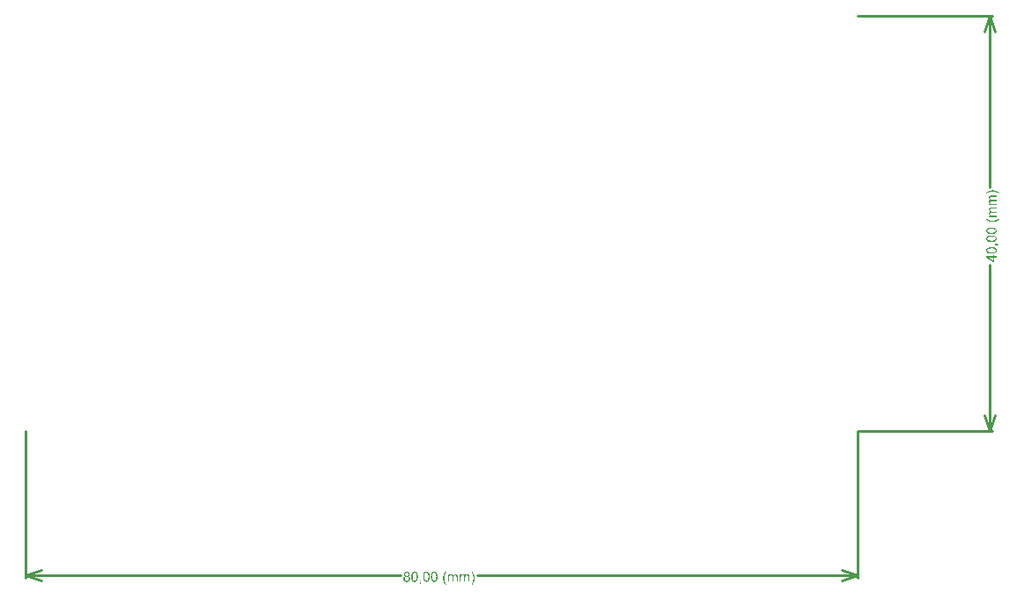
<source format=gbr>
%TF.GenerationSoftware,Altium Limited,Altium Designer,20.0.13 (296)*%
G04 Layer_Color=32896*
%FSLAX26Y26*%
%MOIN*%
%TF.FileFunction,Other,Mechanical_40*%
%TF.Part,Single*%
G01*
G75*
%TA.AperFunction,NonConductor*%
%ADD111C,0.010000*%
G36*
X1672612Y-541737D02*
X1672945Y-541770D01*
X1673344Y-541837D01*
X1673777Y-541903D01*
X1674277Y-542003D01*
X1674776Y-542103D01*
X1675309Y-542269D01*
X1675842Y-542436D01*
X1676375Y-542669D01*
X1676874Y-542935D01*
X1677407Y-543235D01*
X1677873Y-543601D01*
X1678306Y-544001D01*
X1678340Y-544034D01*
X1678406Y-544101D01*
X1678506Y-544234D01*
X1678672Y-544434D01*
X1678839Y-544667D01*
X1679005Y-544967D01*
X1679205Y-545333D01*
X1679438Y-545733D01*
X1679638Y-546232D01*
X1679838Y-546732D01*
X1680005Y-547331D01*
X1680204Y-547964D01*
X1680338Y-548663D01*
X1680437Y-549396D01*
X1680504Y-550228D01*
X1680537Y-551094D01*
Y-570175D01*
X1675809D01*
Y-552659D01*
Y-552626D01*
Y-552526D01*
Y-552393D01*
Y-552193D01*
Y-551960D01*
X1675775Y-551693D01*
X1675742Y-551094D01*
X1675709Y-550428D01*
X1675609Y-549762D01*
X1675509Y-549129D01*
X1675409Y-548830D01*
X1675342Y-548596D01*
X1675309Y-548530D01*
X1675243Y-548397D01*
X1675143Y-548163D01*
X1674976Y-547864D01*
X1674743Y-547531D01*
X1674443Y-547198D01*
X1674110Y-546865D01*
X1673678Y-546565D01*
X1673611Y-546532D01*
X1673478Y-546432D01*
X1673211Y-546332D01*
X1672878Y-546165D01*
X1672445Y-546032D01*
X1671979Y-545932D01*
X1671446Y-545832D01*
X1670847Y-545799D01*
X1670581D01*
X1670348Y-545832D01*
X1670114Y-545866D01*
X1669815Y-545899D01*
X1669482Y-545966D01*
X1669149Y-546032D01*
X1668383Y-546265D01*
X1667983Y-546432D01*
X1667550Y-546632D01*
X1667151Y-546865D01*
X1666751Y-547098D01*
X1666351Y-547431D01*
X1665985Y-547764D01*
X1665952Y-547797D01*
X1665919Y-547864D01*
X1665819Y-547964D01*
X1665686Y-548130D01*
X1665552Y-548363D01*
X1665386Y-548596D01*
X1665186Y-548929D01*
X1665020Y-549296D01*
X1664853Y-549695D01*
X1664653Y-550162D01*
X1664487Y-550661D01*
X1664353Y-551227D01*
X1664220Y-551860D01*
X1664154Y-552526D01*
X1664087Y-553258D01*
X1664054Y-554024D01*
Y-570175D01*
X1659325D01*
Y-552093D01*
Y-552060D01*
Y-551960D01*
Y-551793D01*
X1659292Y-551593D01*
Y-551327D01*
X1659259Y-551027D01*
X1659192Y-550328D01*
X1659025Y-549562D01*
X1658826Y-548796D01*
X1658559Y-548064D01*
X1658360Y-547697D01*
X1658160Y-547398D01*
Y-547364D01*
X1658093Y-547331D01*
X1657927Y-547131D01*
X1657660Y-546898D01*
X1657261Y-546598D01*
X1656761Y-546299D01*
X1656095Y-546032D01*
X1655729Y-545932D01*
X1655329Y-545866D01*
X1654863Y-545832D01*
X1654397Y-545799D01*
X1654064D01*
X1653897Y-545832D01*
X1653664Y-545866D01*
X1653198Y-545932D01*
X1652632Y-546066D01*
X1651999Y-546232D01*
X1651333Y-546499D01*
X1650700Y-546865D01*
X1650667D01*
X1650634Y-546898D01*
X1650434Y-547065D01*
X1650134Y-547298D01*
X1649768Y-547631D01*
X1649369Y-548064D01*
X1648969Y-548596D01*
X1648603Y-549229D01*
X1648270Y-549928D01*
Y-549962D01*
X1648236Y-550028D01*
X1648203Y-550128D01*
X1648170Y-550295D01*
X1648103Y-550528D01*
X1648036Y-550761D01*
X1647970Y-551061D01*
X1647903Y-551427D01*
X1647837Y-551793D01*
X1647770Y-552226D01*
X1647704Y-552726D01*
X1647637Y-553258D01*
X1647604Y-553791D01*
X1647570Y-554424D01*
X1647537Y-555057D01*
Y-555756D01*
Y-570175D01*
X1642808D01*
Y-542336D01*
X1647037D01*
Y-546232D01*
X1647104Y-546165D01*
X1647171Y-546066D01*
X1647271Y-545932D01*
X1647570Y-545533D01*
X1647970Y-545067D01*
X1648469Y-544567D01*
X1649035Y-544001D01*
X1649735Y-543468D01*
X1650501Y-542969D01*
X1650534D01*
X1650601Y-542902D01*
X1650734Y-542836D01*
X1650900Y-542769D01*
X1651100Y-542669D01*
X1651333Y-542569D01*
X1651633Y-542469D01*
X1651933Y-542336D01*
X1652665Y-542103D01*
X1653498Y-541903D01*
X1654463Y-541770D01*
X1655462Y-541703D01*
X1655762D01*
X1655962Y-541737D01*
X1656228D01*
X1656561Y-541770D01*
X1656894Y-541803D01*
X1657261Y-541870D01*
X1658060Y-542003D01*
X1658892Y-542236D01*
X1659758Y-542569D01*
X1660524Y-543002D01*
X1660557D01*
X1660624Y-543069D01*
X1660724Y-543135D01*
X1660857Y-543235D01*
X1661190Y-543535D01*
X1661623Y-543934D01*
X1662056Y-544434D01*
X1662522Y-545067D01*
X1662955Y-545799D01*
X1663321Y-546598D01*
X1663354Y-546532D01*
X1663488Y-546399D01*
X1663654Y-546132D01*
X1663921Y-545832D01*
X1664254Y-545466D01*
X1664653Y-545033D01*
X1665119Y-544600D01*
X1665619Y-544134D01*
X1666218Y-543701D01*
X1666884Y-543235D01*
X1667584Y-542836D01*
X1668350Y-542469D01*
X1669149Y-542169D01*
X1670014Y-541903D01*
X1670947Y-541770D01*
X1671913Y-541703D01*
X1672312D01*
X1672612Y-541737D01*
D02*
G37*
G36*
X1627923D02*
X1628256Y-541770D01*
X1628656Y-541837D01*
X1629089Y-541903D01*
X1629588Y-542003D01*
X1630088Y-542103D01*
X1630621Y-542269D01*
X1631153Y-542436D01*
X1631686Y-542669D01*
X1632186Y-542935D01*
X1632718Y-543235D01*
X1633185Y-543601D01*
X1633618Y-544001D01*
X1633651Y-544034D01*
X1633717Y-544101D01*
X1633817Y-544234D01*
X1633984Y-544434D01*
X1634150Y-544667D01*
X1634317Y-544967D01*
X1634517Y-545333D01*
X1634750Y-545733D01*
X1634950Y-546232D01*
X1635149Y-546732D01*
X1635316Y-547331D01*
X1635516Y-547964D01*
X1635649Y-548663D01*
X1635749Y-549396D01*
X1635815Y-550228D01*
X1635849Y-551094D01*
Y-570175D01*
X1631120D01*
Y-552659D01*
Y-552626D01*
Y-552526D01*
Y-552393D01*
Y-552193D01*
Y-551960D01*
X1631087Y-551693D01*
X1631053Y-551094D01*
X1631020Y-550428D01*
X1630920Y-549762D01*
X1630820Y-549129D01*
X1630720Y-548830D01*
X1630654Y-548596D01*
X1630621Y-548530D01*
X1630554Y-548397D01*
X1630454Y-548163D01*
X1630288Y-547864D01*
X1630054Y-547531D01*
X1629755Y-547198D01*
X1629422Y-546865D01*
X1628989Y-546565D01*
X1628922Y-546532D01*
X1628789Y-546432D01*
X1628523Y-546332D01*
X1628190Y-546165D01*
X1627757Y-546032D01*
X1627291Y-545932D01*
X1626758Y-545832D01*
X1626158Y-545799D01*
X1625892D01*
X1625659Y-545832D01*
X1625426Y-545866D01*
X1625126Y-545899D01*
X1624793Y-545966D01*
X1624460Y-546032D01*
X1623694Y-546265D01*
X1623295Y-546432D01*
X1622862Y-546632D01*
X1622462Y-546865D01*
X1622062Y-547098D01*
X1621663Y-547431D01*
X1621297Y-547764D01*
X1621263Y-547797D01*
X1621230Y-547864D01*
X1621130Y-547964D01*
X1620997Y-548130D01*
X1620864Y-548363D01*
X1620697Y-548596D01*
X1620497Y-548929D01*
X1620331Y-549296D01*
X1620164Y-549695D01*
X1619965Y-550162D01*
X1619798Y-550661D01*
X1619665Y-551227D01*
X1619532Y-551860D01*
X1619465Y-552526D01*
X1619399Y-553258D01*
X1619365Y-554024D01*
Y-570175D01*
X1614637D01*
Y-552093D01*
Y-552060D01*
Y-551960D01*
Y-551793D01*
X1614603Y-551593D01*
Y-551327D01*
X1614570Y-551027D01*
X1614503Y-550328D01*
X1614337Y-549562D01*
X1614137Y-548796D01*
X1613871Y-548064D01*
X1613671Y-547697D01*
X1613471Y-547398D01*
Y-547364D01*
X1613405Y-547331D01*
X1613238Y-547131D01*
X1612972Y-546898D01*
X1612572Y-546598D01*
X1612072Y-546299D01*
X1611407Y-546032D01*
X1611040Y-545932D01*
X1610641Y-545866D01*
X1610174Y-545832D01*
X1609708Y-545799D01*
X1609375D01*
X1609209Y-545832D01*
X1608976Y-545866D01*
X1608509Y-545932D01*
X1607943Y-546066D01*
X1607311Y-546232D01*
X1606645Y-546499D01*
X1606012Y-546865D01*
X1605979D01*
X1605945Y-546898D01*
X1605745Y-547065D01*
X1605446Y-547298D01*
X1605080Y-547631D01*
X1604680Y-548064D01*
X1604280Y-548596D01*
X1603914Y-549229D01*
X1603581Y-549928D01*
Y-549962D01*
X1603548Y-550028D01*
X1603514Y-550128D01*
X1603481Y-550295D01*
X1603415Y-550528D01*
X1603348Y-550761D01*
X1603281Y-551061D01*
X1603215Y-551427D01*
X1603148Y-551793D01*
X1603082Y-552226D01*
X1603015Y-552726D01*
X1602948Y-553258D01*
X1602915Y-553791D01*
X1602882Y-554424D01*
X1602848Y-555057D01*
Y-555756D01*
Y-570175D01*
X1598120D01*
Y-542336D01*
X1602349D01*
Y-546232D01*
X1602416Y-546165D01*
X1602482Y-546066D01*
X1602582Y-545932D01*
X1602882Y-545533D01*
X1603281Y-545067D01*
X1603781Y-544567D01*
X1604347Y-544001D01*
X1605046Y-543468D01*
X1605812Y-542969D01*
X1605845D01*
X1605912Y-542902D01*
X1606045Y-542836D01*
X1606212Y-542769D01*
X1606411Y-542669D01*
X1606645Y-542569D01*
X1606944Y-542469D01*
X1607244Y-542336D01*
X1607977Y-542103D01*
X1608809Y-541903D01*
X1609775Y-541770D01*
X1610774Y-541703D01*
X1611073D01*
X1611273Y-541737D01*
X1611540D01*
X1611873Y-541770D01*
X1612206Y-541803D01*
X1612572Y-541870D01*
X1613371Y-542003D01*
X1614204Y-542236D01*
X1615070Y-542569D01*
X1615835Y-543002D01*
X1615869D01*
X1615935Y-543069D01*
X1616035Y-543135D01*
X1616168Y-543235D01*
X1616501Y-543535D01*
X1616934Y-543934D01*
X1617367Y-544434D01*
X1617833Y-545067D01*
X1618266Y-545799D01*
X1618633Y-546598D01*
X1618666Y-546532D01*
X1618799Y-546399D01*
X1618966Y-546132D01*
X1619232Y-545832D01*
X1619565Y-545466D01*
X1619965Y-545033D01*
X1620431Y-544600D01*
X1620930Y-544134D01*
X1621530Y-543701D01*
X1622196Y-543235D01*
X1622895Y-542836D01*
X1623661Y-542469D01*
X1624460Y-542169D01*
X1625326Y-541903D01*
X1626258Y-541770D01*
X1627224Y-541703D01*
X1627624D01*
X1627923Y-541737D01*
D02*
G37*
G36*
X1547271Y-531680D02*
X1547537D01*
X1547837Y-531713D01*
X1548170Y-531747D01*
X1548569Y-531813D01*
X1549402Y-531946D01*
X1550301Y-532179D01*
X1551233Y-532479D01*
X1552132Y-532912D01*
X1552166D01*
X1552232Y-532979D01*
X1552366Y-533045D01*
X1552532Y-533145D01*
X1552732Y-533278D01*
X1552965Y-533412D01*
X1553498Y-533811D01*
X1554130Y-534344D01*
X1554763Y-534943D01*
X1555396Y-535676D01*
X1555995Y-536509D01*
X1556029Y-536542D01*
X1556062Y-536608D01*
X1556129Y-536742D01*
X1556262Y-536908D01*
X1556362Y-537141D01*
X1556528Y-537408D01*
X1556695Y-537741D01*
X1556861Y-538107D01*
X1557061Y-538473D01*
X1557261Y-538906D01*
X1557460Y-539406D01*
X1557660Y-539905D01*
X1558027Y-541004D01*
X1558393Y-542203D01*
Y-542236D01*
X1558426Y-542369D01*
X1558459Y-542536D01*
X1558526Y-542802D01*
X1558593Y-543168D01*
X1558659Y-543568D01*
X1558759Y-544034D01*
X1558826Y-544600D01*
X1558892Y-545200D01*
X1558992Y-545899D01*
X1559059Y-546632D01*
X1559126Y-547431D01*
X1559192Y-548297D01*
X1559225Y-549229D01*
X1559259Y-550228D01*
Y-551260D01*
Y-551294D01*
Y-551327D01*
Y-551427D01*
Y-551560D01*
Y-551926D01*
X1559225Y-552393D01*
Y-552959D01*
X1559192Y-553625D01*
X1559159Y-554357D01*
X1559092Y-555157D01*
X1559026Y-556022D01*
X1558926Y-556888D01*
X1558659Y-558720D01*
X1558526Y-559619D01*
X1558326Y-560518D01*
X1558093Y-561384D01*
X1557860Y-562183D01*
Y-562216D01*
X1557793Y-562349D01*
X1557727Y-562582D01*
X1557594Y-562849D01*
X1557460Y-563215D01*
X1557261Y-563615D01*
X1557061Y-564048D01*
X1556828Y-564514D01*
X1556228Y-565546D01*
X1555529Y-566612D01*
X1554663Y-567644D01*
X1554197Y-568144D01*
X1553698Y-568576D01*
X1553664Y-568610D01*
X1553564Y-568676D01*
X1553431Y-568776D01*
X1553198Y-568909D01*
X1552932Y-569109D01*
X1552599Y-569276D01*
X1552232Y-569476D01*
X1551800Y-569675D01*
X1551300Y-569908D01*
X1550801Y-570108D01*
X1550201Y-570275D01*
X1549602Y-570441D01*
X1548936Y-570608D01*
X1548236Y-570708D01*
X1547504Y-570774D01*
X1546738Y-570808D01*
X1546505D01*
X1546205Y-570774D01*
X1545805Y-570741D01*
X1545339Y-570674D01*
X1544806Y-570608D01*
X1544207Y-570475D01*
X1543574Y-570308D01*
X1542875Y-570108D01*
X1542176Y-569842D01*
X1541443Y-569542D01*
X1540711Y-569143D01*
X1539978Y-568710D01*
X1539312Y-568177D01*
X1538646Y-567577D01*
X1538013Y-566878D01*
X1537980Y-566812D01*
X1537847Y-566645D01*
X1537680Y-566345D01*
X1537414Y-565946D01*
X1537148Y-565413D01*
X1536814Y-564780D01*
X1536482Y-564014D01*
X1536115Y-563115D01*
X1535749Y-562083D01*
X1535416Y-560951D01*
X1535083Y-559652D01*
X1534816Y-558253D01*
X1534683Y-557487D01*
X1534583Y-556722D01*
X1534484Y-555889D01*
X1534384Y-555023D01*
X1534317Y-554124D01*
X1534250Y-553225D01*
X1534217Y-552259D01*
Y-551260D01*
Y-551227D01*
Y-551194D01*
Y-551094D01*
Y-550961D01*
Y-550594D01*
X1534250Y-550128D01*
Y-549562D01*
X1534284Y-548896D01*
X1534350Y-548163D01*
X1534384Y-547331D01*
X1534484Y-546499D01*
X1534550Y-545599D01*
X1534816Y-543768D01*
X1534983Y-542869D01*
X1535149Y-541970D01*
X1535383Y-541104D01*
X1535616Y-540305D01*
X1535649Y-540271D01*
X1535682Y-540105D01*
X1535749Y-539905D01*
X1535882Y-539605D01*
X1536015Y-539272D01*
X1536215Y-538873D01*
X1536415Y-538440D01*
X1536648Y-537940D01*
X1537247Y-536908D01*
X1537947Y-535842D01*
X1538812Y-534810D01*
X1539279Y-534344D01*
X1539778Y-533911D01*
X1539812Y-533878D01*
X1539911Y-533811D01*
X1540078Y-533711D01*
X1540278Y-533545D01*
X1540544Y-533378D01*
X1540877Y-533178D01*
X1541243Y-532979D01*
X1541676Y-532779D01*
X1542176Y-532579D01*
X1542709Y-532346D01*
X1543275Y-532179D01*
X1543874Y-532013D01*
X1544540Y-531846D01*
X1545239Y-531747D01*
X1545972Y-531680D01*
X1546738Y-531647D01*
X1547038D01*
X1547271Y-531680D01*
D02*
G37*
G36*
X1517434D02*
X1517700D01*
X1518000Y-531713D01*
X1518333Y-531747D01*
X1518733Y-531813D01*
X1519565Y-531946D01*
X1520464Y-532179D01*
X1521397Y-532479D01*
X1522296Y-532912D01*
X1522329D01*
X1522396Y-532979D01*
X1522529Y-533045D01*
X1522695Y-533145D01*
X1522895Y-533278D01*
X1523128Y-533412D01*
X1523661Y-533811D01*
X1524294Y-534344D01*
X1524926Y-534943D01*
X1525559Y-535676D01*
X1526159Y-536509D01*
X1526192Y-536542D01*
X1526225Y-536608D01*
X1526292Y-536742D01*
X1526425Y-536908D01*
X1526525Y-537141D01*
X1526691Y-537408D01*
X1526858Y-537741D01*
X1527024Y-538107D01*
X1527224Y-538473D01*
X1527424Y-538906D01*
X1527624Y-539406D01*
X1527823Y-539905D01*
X1528190Y-541004D01*
X1528556Y-542203D01*
Y-542236D01*
X1528589Y-542369D01*
X1528623Y-542536D01*
X1528689Y-542802D01*
X1528756Y-543168D01*
X1528822Y-543568D01*
X1528922Y-544034D01*
X1528989Y-544600D01*
X1529056Y-545200D01*
X1529156Y-545899D01*
X1529222Y-546632D01*
X1529289Y-547431D01*
X1529355Y-548297D01*
X1529389Y-549229D01*
X1529422Y-550228D01*
Y-551260D01*
Y-551294D01*
Y-551327D01*
Y-551427D01*
Y-551560D01*
Y-551926D01*
X1529389Y-552393D01*
Y-552959D01*
X1529355Y-553625D01*
X1529322Y-554357D01*
X1529255Y-555157D01*
X1529189Y-556022D01*
X1529089Y-556888D01*
X1528822Y-558720D01*
X1528689Y-559619D01*
X1528489Y-560518D01*
X1528256Y-561384D01*
X1528023Y-562183D01*
Y-562216D01*
X1527957Y-562349D01*
X1527890Y-562582D01*
X1527757Y-562849D01*
X1527624Y-563215D01*
X1527424Y-563615D01*
X1527224Y-564048D01*
X1526991Y-564514D01*
X1526392Y-565546D01*
X1525692Y-566612D01*
X1524826Y-567644D01*
X1524360Y-568144D01*
X1523861Y-568576D01*
X1523828Y-568610D01*
X1523728Y-568676D01*
X1523594Y-568776D01*
X1523361Y-568909D01*
X1523095Y-569109D01*
X1522762Y-569276D01*
X1522396Y-569476D01*
X1521963Y-569675D01*
X1521463Y-569908D01*
X1520964Y-570108D01*
X1520364Y-570275D01*
X1519765Y-570441D01*
X1519099Y-570608D01*
X1518400Y-570708D01*
X1517667Y-570774D01*
X1516901Y-570808D01*
X1516668D01*
X1516368Y-570774D01*
X1515969Y-570741D01*
X1515503Y-570674D01*
X1514970Y-570608D01*
X1514370Y-570475D01*
X1513738Y-570308D01*
X1513038Y-570108D01*
X1512339Y-569842D01*
X1511606Y-569542D01*
X1510874Y-569143D01*
X1510141Y-568710D01*
X1509475Y-568177D01*
X1508809Y-567577D01*
X1508177Y-566878D01*
X1508143Y-566812D01*
X1508010Y-566645D01*
X1507843Y-566345D01*
X1507577Y-565946D01*
X1507311Y-565413D01*
X1506978Y-564780D01*
X1506645Y-564014D01*
X1506278Y-563115D01*
X1505912Y-562083D01*
X1505579Y-560951D01*
X1505246Y-559652D01*
X1504980Y-558253D01*
X1504847Y-557487D01*
X1504747Y-556722D01*
X1504647Y-555889D01*
X1504547Y-555023D01*
X1504480Y-554124D01*
X1504414Y-553225D01*
X1504380Y-552259D01*
Y-551260D01*
Y-551227D01*
Y-551194D01*
Y-551094D01*
Y-550961D01*
Y-550594D01*
X1504414Y-550128D01*
Y-549562D01*
X1504447Y-548896D01*
X1504514Y-548163D01*
X1504547Y-547331D01*
X1504647Y-546499D01*
X1504713Y-545599D01*
X1504980Y-543768D01*
X1505146Y-542869D01*
X1505313Y-541970D01*
X1505546Y-541104D01*
X1505779Y-540305D01*
X1505812Y-540271D01*
X1505845Y-540105D01*
X1505912Y-539905D01*
X1506045Y-539605D01*
X1506178Y-539272D01*
X1506378Y-538873D01*
X1506578Y-538440D01*
X1506811Y-537940D01*
X1507411Y-536908D01*
X1508110Y-535842D01*
X1508976Y-534810D01*
X1509442Y-534344D01*
X1509941Y-533911D01*
X1509975Y-533878D01*
X1510075Y-533811D01*
X1510241Y-533711D01*
X1510441Y-533545D01*
X1510707Y-533378D01*
X1511040Y-533178D01*
X1511407Y-532979D01*
X1511840Y-532779D01*
X1512339Y-532579D01*
X1512872Y-532346D01*
X1513438Y-532179D01*
X1514037Y-532013D01*
X1514703Y-531846D01*
X1515403Y-531747D01*
X1516135Y-531680D01*
X1516901Y-531647D01*
X1517201D01*
X1517434Y-531680D01*
D02*
G37*
G36*
X1472679D02*
X1472945D01*
X1473245Y-531713D01*
X1473578Y-531747D01*
X1473977Y-531813D01*
X1474810Y-531946D01*
X1475709Y-532179D01*
X1476641Y-532479D01*
X1477541Y-532912D01*
X1477574D01*
X1477640Y-532979D01*
X1477774Y-533045D01*
X1477940Y-533145D01*
X1478140Y-533278D01*
X1478373Y-533412D01*
X1478906Y-533811D01*
X1479539Y-534344D01*
X1480171Y-534943D01*
X1480804Y-535676D01*
X1481403Y-536509D01*
X1481437Y-536542D01*
X1481470Y-536608D01*
X1481536Y-536742D01*
X1481670Y-536908D01*
X1481770Y-537141D01*
X1481936Y-537408D01*
X1482103Y-537741D01*
X1482269Y-538107D01*
X1482469Y-538473D01*
X1482669Y-538906D01*
X1482869Y-539406D01*
X1483068Y-539905D01*
X1483435Y-541004D01*
X1483801Y-542203D01*
Y-542236D01*
X1483834Y-542369D01*
X1483868Y-542536D01*
X1483934Y-542802D01*
X1484001Y-543168D01*
X1484067Y-543568D01*
X1484167Y-544034D01*
X1484234Y-544600D01*
X1484300Y-545200D01*
X1484400Y-545899D01*
X1484467Y-546632D01*
X1484534Y-547431D01*
X1484600Y-548297D01*
X1484633Y-549229D01*
X1484667Y-550228D01*
Y-551260D01*
Y-551294D01*
Y-551327D01*
Y-551427D01*
Y-551560D01*
Y-551926D01*
X1484633Y-552393D01*
Y-552959D01*
X1484600Y-553625D01*
X1484567Y-554357D01*
X1484500Y-555157D01*
X1484434Y-556022D01*
X1484334Y-556888D01*
X1484067Y-558720D01*
X1483934Y-559619D01*
X1483734Y-560518D01*
X1483501Y-561384D01*
X1483268Y-562183D01*
Y-562216D01*
X1483201Y-562349D01*
X1483135Y-562582D01*
X1483002Y-562849D01*
X1482869Y-563215D01*
X1482669Y-563615D01*
X1482469Y-564048D01*
X1482236Y-564514D01*
X1481636Y-565546D01*
X1480937Y-566612D01*
X1480071Y-567644D01*
X1479605Y-568144D01*
X1479106Y-568576D01*
X1479072Y-568610D01*
X1478972Y-568676D01*
X1478839Y-568776D01*
X1478606Y-568909D01*
X1478340Y-569109D01*
X1478007Y-569276D01*
X1477640Y-569476D01*
X1477207Y-569675D01*
X1476708Y-569908D01*
X1476208Y-570108D01*
X1475609Y-570275D01*
X1475010Y-570441D01*
X1474344Y-570608D01*
X1473644Y-570708D01*
X1472912Y-570774D01*
X1472146Y-570808D01*
X1471913D01*
X1471613Y-570774D01*
X1471214Y-570741D01*
X1470747Y-570674D01*
X1470215Y-570608D01*
X1469615Y-570475D01*
X1468982Y-570308D01*
X1468283Y-570108D01*
X1467584Y-569842D01*
X1466851Y-569542D01*
X1466119Y-569143D01*
X1465386Y-568710D01*
X1464720Y-568177D01*
X1464054Y-567577D01*
X1463421Y-566878D01*
X1463388Y-566812D01*
X1463255Y-566645D01*
X1463088Y-566345D01*
X1462822Y-565946D01*
X1462555Y-565413D01*
X1462223Y-564780D01*
X1461889Y-564014D01*
X1461523Y-563115D01*
X1461157Y-562083D01*
X1460824Y-560951D01*
X1460491Y-559652D01*
X1460225Y-558253D01*
X1460091Y-557487D01*
X1459991Y-556722D01*
X1459891Y-555889D01*
X1459792Y-555023D01*
X1459725Y-554124D01*
X1459658Y-553225D01*
X1459625Y-552259D01*
Y-551260D01*
Y-551227D01*
Y-551194D01*
Y-551094D01*
Y-550961D01*
Y-550594D01*
X1459658Y-550128D01*
Y-549562D01*
X1459692Y-548896D01*
X1459758Y-548163D01*
X1459792Y-547331D01*
X1459891Y-546499D01*
X1459958Y-545599D01*
X1460225Y-543768D01*
X1460391Y-542869D01*
X1460557Y-541970D01*
X1460791Y-541104D01*
X1461024Y-540305D01*
X1461057Y-540271D01*
X1461090Y-540105D01*
X1461157Y-539905D01*
X1461290Y-539605D01*
X1461423Y-539272D01*
X1461623Y-538873D01*
X1461823Y-538440D01*
X1462056Y-537940D01*
X1462655Y-536908D01*
X1463355Y-535842D01*
X1464220Y-534810D01*
X1464687Y-534344D01*
X1465186Y-533911D01*
X1465219Y-533878D01*
X1465319Y-533811D01*
X1465486Y-533711D01*
X1465686Y-533545D01*
X1465952Y-533378D01*
X1466285Y-533178D01*
X1466651Y-532979D01*
X1467084Y-532779D01*
X1467584Y-532579D01*
X1468117Y-532346D01*
X1468683Y-532179D01*
X1469282Y-532013D01*
X1469948Y-531846D01*
X1470647Y-531747D01*
X1471380Y-531680D01*
X1472146Y-531647D01*
X1472446D01*
X1472679Y-531680D01*
D02*
G37*
G36*
X1442775D02*
X1443108D01*
X1443541Y-531747D01*
X1444041Y-531813D01*
X1444573Y-531880D01*
X1445173Y-532013D01*
X1445806Y-532179D01*
X1446472Y-532346D01*
X1447138Y-532612D01*
X1447804Y-532879D01*
X1448470Y-533212D01*
X1449136Y-533611D01*
X1449768Y-534044D01*
X1450368Y-534577D01*
X1450401Y-534610D01*
X1450501Y-534710D01*
X1450667Y-534877D01*
X1450867Y-535110D01*
X1451100Y-535376D01*
X1451333Y-535709D01*
X1451633Y-536109D01*
X1451933Y-536575D01*
X1452199Y-537041D01*
X1452499Y-537607D01*
X1452732Y-538173D01*
X1452998Y-538806D01*
X1453165Y-539472D01*
X1453331Y-540172D01*
X1453431Y-540904D01*
X1453465Y-541670D01*
Y-541703D01*
Y-541803D01*
Y-541936D01*
X1453431Y-542103D01*
Y-542336D01*
X1453398Y-542602D01*
X1453298Y-543235D01*
X1453132Y-543968D01*
X1452865Y-544767D01*
X1452499Y-545566D01*
X1452299Y-545966D01*
X1452033Y-546332D01*
Y-546365D01*
X1451966Y-546432D01*
X1451899Y-546532D01*
X1451766Y-546665D01*
X1451633Y-546832D01*
X1451433Y-546998D01*
X1451234Y-547231D01*
X1450967Y-547431D01*
X1450701Y-547697D01*
X1450368Y-547930D01*
X1450035Y-548197D01*
X1449635Y-548430D01*
X1449236Y-548696D01*
X1448769Y-548929D01*
X1448303Y-549163D01*
X1447770Y-549362D01*
X1447804D01*
X1447937Y-549429D01*
X1448103Y-549495D01*
X1448336Y-549595D01*
X1448636Y-549695D01*
X1449002Y-549862D01*
X1449369Y-550062D01*
X1449768Y-550261D01*
X1450634Y-550794D01*
X1451533Y-551427D01*
X1452399Y-552193D01*
X1452799Y-552626D01*
X1453165Y-553092D01*
X1453198Y-553125D01*
X1453232Y-553192D01*
X1453331Y-553358D01*
X1453465Y-553558D01*
X1453598Y-553791D01*
X1453764Y-554091D01*
X1453931Y-554424D01*
X1454097Y-554823D01*
X1454264Y-555256D01*
X1454430Y-555689D01*
X1454597Y-556222D01*
X1454730Y-556755D01*
X1454963Y-557920D01*
X1454996Y-558520D01*
X1455030Y-559186D01*
Y-559252D01*
Y-559419D01*
X1454996Y-559652D01*
X1454963Y-560018D01*
X1454930Y-560418D01*
X1454830Y-560917D01*
X1454730Y-561484D01*
X1454597Y-562083D01*
X1454397Y-562716D01*
X1454164Y-563382D01*
X1453898Y-564048D01*
X1453564Y-564747D01*
X1453165Y-565446D01*
X1452699Y-566145D01*
X1452166Y-566845D01*
X1451533Y-567477D01*
X1451500Y-567511D01*
X1451367Y-567611D01*
X1451167Y-567777D01*
X1450900Y-568010D01*
X1450534Y-568243D01*
X1450135Y-568543D01*
X1449635Y-568843D01*
X1449069Y-569143D01*
X1448436Y-569442D01*
X1447770Y-569742D01*
X1447004Y-570042D01*
X1446205Y-570275D01*
X1445339Y-570508D01*
X1444407Y-570674D01*
X1443408Y-570774D01*
X1442376Y-570808D01*
X1442109D01*
X1441843Y-570774D01*
X1441443Y-570741D01*
X1440944Y-570708D01*
X1440378Y-570641D01*
X1439778Y-570541D01*
X1439079Y-570375D01*
X1438380Y-570208D01*
X1437647Y-569975D01*
X1436881Y-569709D01*
X1436082Y-569376D01*
X1435316Y-569009D01*
X1434583Y-568543D01*
X1433851Y-568044D01*
X1433185Y-567444D01*
X1433152Y-567411D01*
X1433052Y-567278D01*
X1432852Y-567111D01*
X1432652Y-566845D01*
X1432386Y-566512D01*
X1432086Y-566112D01*
X1431786Y-565646D01*
X1431453Y-565146D01*
X1431120Y-564547D01*
X1430821Y-563914D01*
X1430521Y-563248D01*
X1430255Y-562482D01*
X1430055Y-561717D01*
X1429888Y-560884D01*
X1429755Y-560018D01*
X1429722Y-559086D01*
Y-559053D01*
Y-558919D01*
Y-558720D01*
X1429755Y-558453D01*
X1429788Y-558120D01*
X1429822Y-557754D01*
X1429888Y-557354D01*
X1429955Y-556888D01*
X1430188Y-555889D01*
X1430354Y-555356D01*
X1430521Y-554857D01*
X1430754Y-554324D01*
X1430987Y-553791D01*
X1431287Y-553292D01*
X1431620Y-552792D01*
X1431653Y-552759D01*
X1431720Y-552692D01*
X1431820Y-552559D01*
X1431986Y-552393D01*
X1432153Y-552193D01*
X1432419Y-551926D01*
X1432685Y-551693D01*
X1433018Y-551427D01*
X1433385Y-551127D01*
X1433784Y-550827D01*
X1434217Y-550561D01*
X1434717Y-550261D01*
X1435249Y-550028D01*
X1435816Y-549762D01*
X1436415Y-549562D01*
X1437048Y-549362D01*
X1437014D01*
X1436915Y-549296D01*
X1436781Y-549262D01*
X1436548Y-549163D01*
X1436315Y-549063D01*
X1436049Y-548929D01*
X1435383Y-548563D01*
X1434683Y-548130D01*
X1433951Y-547631D01*
X1433252Y-546998D01*
X1432952Y-546665D01*
X1432652Y-546299D01*
Y-546265D01*
X1432585Y-546199D01*
X1432519Y-546099D01*
X1432419Y-545932D01*
X1432319Y-545766D01*
X1432219Y-545533D01*
X1432086Y-545266D01*
X1431953Y-544967D01*
X1431686Y-544267D01*
X1431487Y-543435D01*
X1431320Y-542536D01*
X1431254Y-541537D01*
Y-541504D01*
Y-541337D01*
X1431287Y-541137D01*
Y-540837D01*
X1431353Y-540471D01*
X1431420Y-540072D01*
X1431520Y-539605D01*
X1431620Y-539106D01*
X1431786Y-538573D01*
X1431986Y-538007D01*
X1432219Y-537408D01*
X1432519Y-536808D01*
X1432852Y-536209D01*
X1433252Y-535643D01*
X1433718Y-535077D01*
X1434251Y-534510D01*
X1434284Y-534477D01*
X1434384Y-534377D01*
X1434550Y-534244D01*
X1434817Y-534078D01*
X1435116Y-533845D01*
X1435483Y-533611D01*
X1435916Y-533345D01*
X1436382Y-533079D01*
X1436948Y-532812D01*
X1437547Y-532546D01*
X1438213Y-532313D01*
X1438912Y-532080D01*
X1439678Y-531913D01*
X1440511Y-531780D01*
X1441377Y-531680D01*
X1442276Y-531647D01*
X1442509D01*
X1442775Y-531680D01*
D02*
G37*
G36*
X1497354Y-570175D02*
Y-570208D01*
Y-570308D01*
Y-570441D01*
Y-570674D01*
X1497321Y-570907D01*
X1497287Y-571207D01*
X1497221Y-571873D01*
X1497088Y-572639D01*
X1496921Y-573405D01*
X1496655Y-574204D01*
X1496288Y-574937D01*
Y-574970D01*
X1496255Y-575003D01*
X1496188Y-575103D01*
X1496089Y-575236D01*
X1495855Y-575569D01*
X1495489Y-575969D01*
X1495023Y-576435D01*
X1494457Y-576901D01*
X1493791Y-577368D01*
X1492992Y-577767D01*
X1491693Y-575736D01*
X1491726D01*
X1491760Y-575703D01*
X1491926Y-575603D01*
X1492193Y-575470D01*
X1492525Y-575236D01*
X1492859Y-574970D01*
X1493225Y-574637D01*
X1493558Y-574237D01*
X1493858Y-573804D01*
X1493891Y-573738D01*
X1493957Y-573571D01*
X1494091Y-573272D01*
X1494224Y-572872D01*
X1494357Y-572373D01*
X1494490Y-571740D01*
X1494590Y-571007D01*
X1494657Y-570175D01*
X1491993D01*
Y-564813D01*
X1497354D01*
Y-570175D01*
D02*
G37*
G36*
X1690561Y-531147D02*
X1690627Y-531181D01*
X1690694Y-531280D01*
X1690794Y-531414D01*
X1690894Y-531580D01*
X1691027Y-531780D01*
X1691360Y-532246D01*
X1691793Y-532846D01*
X1692259Y-533545D01*
X1692758Y-534344D01*
X1693324Y-535243D01*
X1693891Y-536209D01*
X1694523Y-537241D01*
X1695123Y-538340D01*
X1695722Y-539472D01*
X1696288Y-540638D01*
X1696854Y-541870D01*
X1697387Y-543102D01*
X1697853Y-544334D01*
X1697887Y-544401D01*
X1697953Y-544600D01*
X1698053Y-544900D01*
X1698186Y-545333D01*
X1698320Y-545832D01*
X1698486Y-546465D01*
X1698686Y-547164D01*
X1698886Y-547964D01*
X1699052Y-548830D01*
X1699252Y-549762D01*
X1699418Y-550728D01*
X1699585Y-551793D01*
X1699685Y-552859D01*
X1699785Y-553991D01*
X1699851Y-555123D01*
X1699885Y-556289D01*
Y-556322D01*
Y-556355D01*
Y-556455D01*
Y-556588D01*
Y-556788D01*
X1699851Y-556988D01*
Y-557487D01*
X1699818Y-558120D01*
X1699751Y-558853D01*
X1699651Y-559719D01*
X1699552Y-560651D01*
X1699385Y-561650D01*
X1699219Y-562716D01*
X1698986Y-563848D01*
X1698719Y-565013D01*
X1698419Y-566245D01*
X1698053Y-567477D01*
X1697620Y-568710D01*
X1697154Y-569942D01*
Y-569975D01*
X1697121Y-570008D01*
X1697087Y-570108D01*
X1697021Y-570241D01*
X1696888Y-570574D01*
X1696655Y-571041D01*
X1696388Y-571607D01*
X1696088Y-572273D01*
X1695722Y-573039D01*
X1695322Y-573838D01*
X1694856Y-574737D01*
X1694357Y-575636D01*
X1693791Y-576602D01*
X1693225Y-577567D01*
X1692592Y-578566D01*
X1691959Y-579565D01*
X1691260Y-580531D01*
X1690561Y-581463D01*
X1687197D01*
X1687231Y-581430D01*
X1687297Y-581330D01*
X1687397Y-581130D01*
X1687530Y-580897D01*
X1687697Y-580598D01*
X1687930Y-580231D01*
X1688163Y-579798D01*
X1688429Y-579299D01*
X1688696Y-578766D01*
X1689029Y-578167D01*
X1689329Y-577534D01*
X1689661Y-576835D01*
X1690028Y-576069D01*
X1690394Y-575303D01*
X1690760Y-574471D01*
X1691127Y-573605D01*
X1691493Y-572706D01*
X1691826Y-571773D01*
X1692559Y-569808D01*
X1693225Y-567711D01*
X1693791Y-565546D01*
X1694290Y-563282D01*
X1694523Y-562149D01*
X1694690Y-560984D01*
X1694823Y-559818D01*
X1694923Y-558653D01*
X1694989Y-557454D01*
X1695023Y-556289D01*
Y-556222D01*
Y-556056D01*
Y-555789D01*
Y-555456D01*
X1694989Y-554990D01*
X1694956Y-554490D01*
X1694923Y-553891D01*
X1694890Y-553225D01*
X1694823Y-552526D01*
X1694756Y-551760D01*
X1694657Y-550961D01*
X1694557Y-550095D01*
X1694257Y-548330D01*
X1693891Y-546532D01*
Y-546499D01*
X1693857Y-546365D01*
X1693791Y-546132D01*
X1693724Y-545866D01*
X1693624Y-545500D01*
X1693524Y-545100D01*
X1693391Y-544634D01*
X1693258Y-544101D01*
X1693058Y-543568D01*
X1692892Y-542969D01*
X1692459Y-541670D01*
X1691959Y-540338D01*
X1691393Y-538973D01*
Y-538939D01*
X1691360Y-538873D01*
X1691293Y-538706D01*
X1691193Y-538506D01*
X1691060Y-538273D01*
X1690894Y-537940D01*
X1690694Y-537574D01*
X1690494Y-537108D01*
X1690228Y-536608D01*
X1689928Y-536042D01*
X1689562Y-535376D01*
X1689195Y-534677D01*
X1688762Y-533878D01*
X1688296Y-533045D01*
X1687763Y-532113D01*
X1687197Y-531114D01*
X1690561D01*
Y-531147D01*
D02*
G37*
G36*
X1592659Y-531181D02*
X1592559Y-531347D01*
X1592392Y-531647D01*
X1592192Y-532013D01*
X1591926Y-532446D01*
X1591626Y-532979D01*
X1591293Y-533545D01*
X1590960Y-534144D01*
X1590261Y-535410D01*
X1589562Y-536708D01*
X1589262Y-537308D01*
X1588962Y-537907D01*
X1588696Y-538440D01*
X1588496Y-538906D01*
X1588463Y-538939D01*
X1588429Y-539073D01*
X1588330Y-539272D01*
X1588230Y-539539D01*
X1588097Y-539872D01*
X1587930Y-540271D01*
X1587764Y-540704D01*
X1587597Y-541204D01*
X1587397Y-541770D01*
X1587164Y-542336D01*
X1586964Y-542969D01*
X1586764Y-543635D01*
X1586332Y-545000D01*
X1585965Y-546465D01*
Y-546532D01*
X1585932Y-546698D01*
X1585865Y-546965D01*
X1585799Y-547298D01*
X1585699Y-547764D01*
X1585632Y-548263D01*
X1585532Y-548863D01*
X1585432Y-549529D01*
X1585299Y-550261D01*
X1585199Y-551027D01*
X1585133Y-551827D01*
X1585033Y-552659D01*
X1584900Y-554457D01*
X1584866Y-556289D01*
Y-556322D01*
Y-556422D01*
Y-556622D01*
Y-556855D01*
X1584900Y-557154D01*
X1584933Y-557521D01*
Y-557954D01*
X1585000Y-558453D01*
X1585033Y-558986D01*
X1585100Y-559585D01*
X1585199Y-560251D01*
X1585266Y-560951D01*
X1585399Y-561683D01*
X1585532Y-562482D01*
X1585666Y-563315D01*
X1585832Y-564181D01*
X1586032Y-565080D01*
X1586265Y-566012D01*
X1586764Y-567977D01*
X1587397Y-570075D01*
X1587764Y-571140D01*
X1588163Y-572239D01*
X1588596Y-573338D01*
X1589062Y-574471D01*
X1589562Y-575636D01*
X1590094Y-576768D01*
X1590694Y-577934D01*
X1591327Y-579099D01*
X1591993Y-580298D01*
X1592692Y-581463D01*
X1589329D01*
X1589295Y-581397D01*
X1589162Y-581230D01*
X1588962Y-580964D01*
X1588663Y-580598D01*
X1588330Y-580131D01*
X1587930Y-579565D01*
X1587497Y-578899D01*
X1587031Y-578167D01*
X1586531Y-577368D01*
X1585999Y-576468D01*
X1585432Y-575536D01*
X1584866Y-574537D01*
X1584300Y-573438D01*
X1583767Y-572339D01*
X1583235Y-571140D01*
X1582702Y-569942D01*
Y-569908D01*
X1582669Y-569875D01*
X1582635Y-569775D01*
X1582602Y-569642D01*
X1582535Y-569476D01*
X1582469Y-569276D01*
X1582269Y-568809D01*
X1582069Y-568210D01*
X1581836Y-567477D01*
X1581603Y-566678D01*
X1581370Y-565746D01*
X1581103Y-564780D01*
X1580870Y-563715D01*
X1580637Y-562582D01*
X1580438Y-561384D01*
X1580271Y-560185D01*
X1580138Y-558886D01*
X1580038Y-557621D01*
X1580005Y-556289D01*
Y-556255D01*
Y-556222D01*
Y-556122D01*
Y-556022D01*
Y-555656D01*
X1580038Y-555223D01*
X1580071Y-554657D01*
X1580104Y-553991D01*
X1580171Y-553258D01*
X1580271Y-552459D01*
X1580371Y-551560D01*
X1580504Y-550628D01*
X1580671Y-549629D01*
X1580837Y-548596D01*
X1581070Y-547564D01*
X1581337Y-546465D01*
X1581636Y-545400D01*
X1582003Y-544334D01*
Y-544301D01*
X1582036Y-544267D01*
X1582069Y-544168D01*
X1582102Y-544034D01*
X1582169Y-543868D01*
X1582269Y-543668D01*
X1582436Y-543202D01*
X1582702Y-542602D01*
X1583002Y-541903D01*
X1583368Y-541071D01*
X1583801Y-540205D01*
X1584300Y-539239D01*
X1584833Y-538207D01*
X1585432Y-537108D01*
X1586099Y-535976D01*
X1586798Y-534777D01*
X1587597Y-533578D01*
X1588429Y-532346D01*
X1589329Y-531114D01*
X1592692D01*
X1592659Y-531181D01*
D02*
G37*
G36*
X3661988Y913199D02*
X3662488D01*
X3663120Y913166D01*
X3663853Y913099D01*
X3664719Y912999D01*
X3665651Y912899D01*
X3666650Y912733D01*
X3667716Y912566D01*
X3668848Y912333D01*
X3670013Y912067D01*
X3671245Y911767D01*
X3672477Y911401D01*
X3673710Y910968D01*
X3674942Y910502D01*
X3674975D01*
X3675008Y910468D01*
X3675108Y910435D01*
X3675241Y910368D01*
X3675574Y910235D01*
X3676041Y910002D01*
X3676607Y909736D01*
X3677273Y909436D01*
X3678039Y909070D01*
X3678838Y908670D01*
X3679737Y908204D01*
X3680636Y907704D01*
X3681602Y907138D01*
X3682567Y906572D01*
X3683566Y905939D01*
X3684565Y905307D01*
X3685531Y904607D01*
X3686463Y903908D01*
Y900545D01*
X3686430Y900578D01*
X3686330Y900645D01*
X3686131Y900745D01*
X3685897Y900878D01*
X3685598Y901044D01*
X3685231Y901278D01*
X3684798Y901511D01*
X3684299Y901777D01*
X3683766Y902043D01*
X3683167Y902376D01*
X3682534Y902676D01*
X3681835Y903009D01*
X3681069Y903375D01*
X3680303Y903742D01*
X3679470Y904108D01*
X3678605Y904474D01*
X3677706Y904841D01*
X3676773Y905174D01*
X3674809Y905906D01*
X3672711Y906572D01*
X3670546Y907138D01*
X3668282Y907638D01*
X3667149Y907871D01*
X3665984Y908037D01*
X3664818Y908171D01*
X3663653Y908270D01*
X3662454Y908337D01*
X3661289Y908370D01*
X3661222D01*
X3661056D01*
X3660789D01*
X3660456D01*
X3659990Y908337D01*
X3659490Y908304D01*
X3658891Y908270D01*
X3658225Y908237D01*
X3657526Y908171D01*
X3656760Y908104D01*
X3655961Y908004D01*
X3655095Y907904D01*
X3653330Y907605D01*
X3651532Y907238D01*
X3651499D01*
X3651365Y907205D01*
X3651132Y907138D01*
X3650866Y907072D01*
X3650499Y906972D01*
X3650100Y906872D01*
X3649634Y906739D01*
X3649101Y906606D01*
X3648568Y906406D01*
X3647969Y906239D01*
X3646670Y905806D01*
X3645338Y905307D01*
X3643973Y904741D01*
X3643939D01*
X3643873Y904707D01*
X3643706Y904641D01*
X3643506Y904541D01*
X3643273Y904408D01*
X3642940Y904241D01*
X3642574Y904041D01*
X3642108Y903842D01*
X3641608Y903575D01*
X3641042Y903275D01*
X3640376Y902909D01*
X3639677Y902543D01*
X3638878Y902110D01*
X3638045Y901644D01*
X3637113Y901111D01*
X3636114Y900545D01*
Y903908D01*
X3636147D01*
X3636180Y903975D01*
X3636280Y904041D01*
X3636414Y904141D01*
X3636580Y904241D01*
X3636780Y904374D01*
X3637246Y904707D01*
X3637845Y905140D01*
X3638545Y905606D01*
X3639344Y906106D01*
X3640243Y906672D01*
X3641209Y907238D01*
X3642241Y907871D01*
X3643340Y908470D01*
X3644472Y909070D01*
X3645638Y909636D01*
X3646870Y910202D01*
X3648102Y910735D01*
X3649334Y911201D01*
X3649401Y911234D01*
X3649600Y911301D01*
X3649900Y911401D01*
X3650333Y911534D01*
X3650832Y911667D01*
X3651465Y911834D01*
X3652164Y912033D01*
X3652964Y912233D01*
X3653829Y912400D01*
X3654762Y912600D01*
X3655728Y912766D01*
X3656793Y912933D01*
X3657859Y913032D01*
X3658991Y913132D01*
X3660123Y913199D01*
X3661289Y913232D01*
X3661322D01*
X3661355D01*
X3661455D01*
X3661588D01*
X3661788D01*
X3661988Y913199D01*
D02*
G37*
G36*
X3675175Y889156D02*
X3657659D01*
X3657626D01*
X3657526D01*
X3657393D01*
X3657193D01*
X3656960D01*
X3656693Y889123D01*
X3656094Y889090D01*
X3655428Y889056D01*
X3654762Y888957D01*
X3654129Y888857D01*
X3653829Y888757D01*
X3653596Y888690D01*
X3653530Y888657D01*
X3653397Y888590D01*
X3653164Y888490D01*
X3652864Y888324D01*
X3652531Y888091D01*
X3652198Y887791D01*
X3651865Y887458D01*
X3651565Y887025D01*
X3651532Y886958D01*
X3651432Y886825D01*
X3651332Y886559D01*
X3651166Y886226D01*
X3651032Y885793D01*
X3650932Y885327D01*
X3650832Y884794D01*
X3650799Y884195D01*
Y883928D01*
X3650832Y883695D01*
X3650866Y883462D01*
X3650899Y883162D01*
X3650966Y882829D01*
X3651032Y882496D01*
X3651265Y881730D01*
X3651432Y881331D01*
X3651632Y880898D01*
X3651865Y880498D01*
X3652098Y880099D01*
X3652431Y879699D01*
X3652764Y879333D01*
X3652797Y879299D01*
X3652864Y879266D01*
X3652964Y879166D01*
X3653130Y879033D01*
X3653363Y878900D01*
X3653596Y878733D01*
X3653929Y878534D01*
X3654296Y878367D01*
X3654695Y878201D01*
X3655162Y878001D01*
X3655661Y877834D01*
X3656227Y877701D01*
X3656860Y877568D01*
X3657526Y877501D01*
X3658258Y877435D01*
X3659024Y877401D01*
X3675175D01*
Y872673D01*
X3657093D01*
X3657060D01*
X3656960D01*
X3656793D01*
X3656593Y872639D01*
X3656327D01*
X3656027Y872606D01*
X3655328Y872540D01*
X3654562Y872373D01*
X3653796Y872173D01*
X3653064Y871907D01*
X3652697Y871707D01*
X3652398Y871507D01*
X3652364D01*
X3652331Y871441D01*
X3652131Y871274D01*
X3651898Y871008D01*
X3651598Y870608D01*
X3651299Y870109D01*
X3651032Y869443D01*
X3650932Y869076D01*
X3650866Y868677D01*
X3650832Y868211D01*
X3650799Y867744D01*
Y867411D01*
X3650832Y867245D01*
X3650866Y867012D01*
X3650932Y866546D01*
X3651066Y865980D01*
X3651232Y865347D01*
X3651499Y864681D01*
X3651865Y864048D01*
Y864015D01*
X3651898Y863981D01*
X3652065Y863782D01*
X3652298Y863482D01*
X3652631Y863116D01*
X3653064Y862716D01*
X3653596Y862317D01*
X3654229Y861950D01*
X3654928Y861617D01*
X3654962D01*
X3655028Y861584D01*
X3655128Y861551D01*
X3655295Y861517D01*
X3655528Y861451D01*
X3655761Y861384D01*
X3656061Y861317D01*
X3656427Y861251D01*
X3656793Y861184D01*
X3657226Y861118D01*
X3657726Y861051D01*
X3658258Y860985D01*
X3658791Y860951D01*
X3659424Y860918D01*
X3660057Y860885D01*
X3660756D01*
X3675175D01*
Y856156D01*
X3647336D01*
Y860385D01*
X3651232D01*
X3651166Y860452D01*
X3651066Y860518D01*
X3650932Y860618D01*
X3650533Y860918D01*
X3650067Y861317D01*
X3649567Y861817D01*
X3649001Y862383D01*
X3648468Y863082D01*
X3647969Y863848D01*
Y863882D01*
X3647902Y863948D01*
X3647836Y864081D01*
X3647769Y864248D01*
X3647669Y864448D01*
X3647569Y864681D01*
X3647469Y864981D01*
X3647336Y865280D01*
X3647103Y866013D01*
X3646903Y866845D01*
X3646770Y867811D01*
X3646703Y868810D01*
Y869110D01*
X3646737Y869309D01*
Y869576D01*
X3646770Y869909D01*
X3646803Y870242D01*
X3646870Y870608D01*
X3647003Y871407D01*
X3647236Y872240D01*
X3647569Y873106D01*
X3648002Y873872D01*
Y873905D01*
X3648069Y873971D01*
X3648135Y874071D01*
X3648235Y874205D01*
X3648535Y874538D01*
X3648934Y874971D01*
X3649434Y875403D01*
X3650067Y875870D01*
X3650799Y876303D01*
X3651598Y876669D01*
X3651532Y876702D01*
X3651399Y876835D01*
X3651132Y877002D01*
X3650832Y877268D01*
X3650466Y877601D01*
X3650033Y878001D01*
X3649600Y878467D01*
X3649134Y878966D01*
X3648701Y879566D01*
X3648235Y880232D01*
X3647836Y880931D01*
X3647469Y881697D01*
X3647169Y882496D01*
X3646903Y883362D01*
X3646770Y884294D01*
X3646703Y885260D01*
Y885660D01*
X3646737Y885960D01*
X3646770Y886293D01*
X3646836Y886692D01*
X3646903Y887125D01*
X3647003Y887625D01*
X3647103Y888124D01*
X3647269Y888657D01*
X3647436Y889190D01*
X3647669Y889722D01*
X3647935Y890222D01*
X3648235Y890755D01*
X3648601Y891221D01*
X3649001Y891654D01*
X3649034Y891687D01*
X3649101Y891754D01*
X3649234Y891854D01*
X3649434Y892020D01*
X3649667Y892187D01*
X3649967Y892353D01*
X3650333Y892553D01*
X3650733Y892786D01*
X3651232Y892986D01*
X3651732Y893186D01*
X3652331Y893352D01*
X3652964Y893552D01*
X3653663Y893685D01*
X3654396Y893785D01*
X3655228Y893852D01*
X3656094Y893885D01*
X3675175D01*
Y889156D01*
D02*
G37*
G36*
Y844468D02*
X3657659D01*
X3657626D01*
X3657526D01*
X3657393D01*
X3657193D01*
X3656960D01*
X3656693Y844434D01*
X3656094Y844401D01*
X3655428Y844368D01*
X3654762Y844268D01*
X3654129Y844168D01*
X3653829Y844068D01*
X3653596Y844001D01*
X3653530Y843968D01*
X3653397Y843902D01*
X3653164Y843802D01*
X3652864Y843635D01*
X3652531Y843402D01*
X3652198Y843102D01*
X3651865Y842769D01*
X3651565Y842337D01*
X3651532Y842270D01*
X3651432Y842137D01*
X3651332Y841870D01*
X3651166Y841537D01*
X3651032Y841104D01*
X3650932Y840638D01*
X3650832Y840105D01*
X3650799Y839506D01*
Y839240D01*
X3650832Y839006D01*
X3650866Y838773D01*
X3650899Y838474D01*
X3650966Y838141D01*
X3651032Y837808D01*
X3651265Y837042D01*
X3651432Y836642D01*
X3651632Y836209D01*
X3651865Y835810D01*
X3652098Y835410D01*
X3652431Y835010D01*
X3652764Y834644D01*
X3652797Y834611D01*
X3652864Y834578D01*
X3652964Y834478D01*
X3653130Y834345D01*
X3653363Y834211D01*
X3653596Y834045D01*
X3653929Y833845D01*
X3654296Y833678D01*
X3654695Y833512D01*
X3655162Y833312D01*
X3655661Y833146D01*
X3656227Y833013D01*
X3656860Y832879D01*
X3657526Y832813D01*
X3658258Y832746D01*
X3659024Y832713D01*
X3675175D01*
Y827984D01*
X3657093D01*
X3657060D01*
X3656960D01*
X3656793D01*
X3656593Y827951D01*
X3656327D01*
X3656027Y827918D01*
X3655328Y827851D01*
X3654562Y827684D01*
X3653796Y827485D01*
X3653064Y827218D01*
X3652697Y827019D01*
X3652398Y826819D01*
X3652364D01*
X3652331Y826752D01*
X3652131Y826586D01*
X3651898Y826319D01*
X3651598Y825920D01*
X3651299Y825420D01*
X3651032Y824754D01*
X3650932Y824388D01*
X3650866Y823988D01*
X3650832Y823522D01*
X3650799Y823056D01*
Y822723D01*
X3650832Y822556D01*
X3650866Y822323D01*
X3650932Y821857D01*
X3651066Y821291D01*
X3651232Y820658D01*
X3651499Y819992D01*
X3651865Y819360D01*
Y819326D01*
X3651898Y819293D01*
X3652065Y819093D01*
X3652298Y818793D01*
X3652631Y818427D01*
X3653064Y818028D01*
X3653596Y817628D01*
X3654229Y817262D01*
X3654928Y816929D01*
X3654962D01*
X3655028Y816895D01*
X3655128Y816862D01*
X3655295Y816829D01*
X3655528Y816762D01*
X3655761Y816696D01*
X3656061Y816629D01*
X3656427Y816562D01*
X3656793Y816496D01*
X3657226Y816429D01*
X3657726Y816362D01*
X3658258Y816296D01*
X3658791Y816263D01*
X3659424Y816229D01*
X3660057Y816196D01*
X3660756D01*
X3675175D01*
Y811467D01*
X3647336D01*
Y815697D01*
X3651232D01*
X3651166Y815763D01*
X3651066Y815830D01*
X3650932Y815930D01*
X3650533Y816229D01*
X3650067Y816629D01*
X3649567Y817128D01*
X3649001Y817694D01*
X3648468Y818394D01*
X3647969Y819160D01*
Y819193D01*
X3647902Y819260D01*
X3647836Y819393D01*
X3647769Y819559D01*
X3647669Y819759D01*
X3647569Y819992D01*
X3647469Y820292D01*
X3647336Y820592D01*
X3647103Y821324D01*
X3646903Y822157D01*
X3646770Y823122D01*
X3646703Y824121D01*
Y824421D01*
X3646737Y824621D01*
Y824887D01*
X3646770Y825220D01*
X3646803Y825553D01*
X3646870Y825920D01*
X3647003Y826719D01*
X3647236Y827551D01*
X3647569Y828417D01*
X3648002Y829183D01*
Y829216D01*
X3648069Y829283D01*
X3648135Y829383D01*
X3648235Y829516D01*
X3648535Y829849D01*
X3648934Y830282D01*
X3649434Y830715D01*
X3650067Y831181D01*
X3650799Y831614D01*
X3651598Y831980D01*
X3651532Y832014D01*
X3651399Y832147D01*
X3651132Y832313D01*
X3650832Y832580D01*
X3650466Y832913D01*
X3650033Y833312D01*
X3649600Y833778D01*
X3649134Y834278D01*
X3648701Y834877D01*
X3648235Y835543D01*
X3647836Y836243D01*
X3647469Y837009D01*
X3647169Y837808D01*
X3646903Y838673D01*
X3646770Y839606D01*
X3646703Y840572D01*
Y840971D01*
X3646737Y841271D01*
X3646770Y841604D01*
X3646836Y842004D01*
X3646903Y842436D01*
X3647003Y842936D01*
X3647103Y843435D01*
X3647269Y843968D01*
X3647436Y844501D01*
X3647669Y845034D01*
X3647935Y845533D01*
X3648235Y846066D01*
X3648601Y846532D01*
X3649001Y846965D01*
X3649034Y846999D01*
X3649101Y847065D01*
X3649234Y847165D01*
X3649434Y847332D01*
X3649667Y847498D01*
X3649967Y847664D01*
X3650333Y847864D01*
X3650733Y848097D01*
X3651232Y848297D01*
X3651732Y848497D01*
X3652331Y848663D01*
X3652964Y848863D01*
X3653663Y848996D01*
X3654396Y849096D01*
X3655228Y849163D01*
X3656094Y849196D01*
X3675175D01*
Y844468D01*
D02*
G37*
G36*
X3686463Y802676D02*
X3686397Y802643D01*
X3686230Y802510D01*
X3685964Y802310D01*
X3685598Y802010D01*
X3685131Y801677D01*
X3684565Y801278D01*
X3683899Y800845D01*
X3683167Y800379D01*
X3682368Y799879D01*
X3681468Y799346D01*
X3680536Y798780D01*
X3679537Y798214D01*
X3678438Y797648D01*
X3677339Y797115D01*
X3676140Y796582D01*
X3674942Y796049D01*
X3674908D01*
X3674875Y796016D01*
X3674775Y795983D01*
X3674642Y795950D01*
X3674476Y795883D01*
X3674276Y795816D01*
X3673809Y795617D01*
X3673210Y795417D01*
X3672477Y795184D01*
X3671678Y794951D01*
X3670746Y794717D01*
X3669780Y794451D01*
X3668715Y794218D01*
X3667582Y793985D01*
X3666384Y793785D01*
X3665185Y793619D01*
X3663886Y793485D01*
X3662621Y793385D01*
X3661289Y793352D01*
X3661255D01*
X3661222D01*
X3661122D01*
X3661022D01*
X3660656D01*
X3660223Y793385D01*
X3659657Y793419D01*
X3658991Y793452D01*
X3658258Y793519D01*
X3657459Y793619D01*
X3656560Y793718D01*
X3655628Y793852D01*
X3654629Y794018D01*
X3653596Y794185D01*
X3652564Y794418D01*
X3651465Y794684D01*
X3650400Y794984D01*
X3649334Y795350D01*
X3649301D01*
X3649267Y795384D01*
X3649168Y795417D01*
X3649034Y795450D01*
X3648868Y795517D01*
X3648668Y795617D01*
X3648202Y795783D01*
X3647602Y796049D01*
X3646903Y796349D01*
X3646071Y796716D01*
X3645205Y797148D01*
X3644239Y797648D01*
X3643207Y798181D01*
X3642108Y798780D01*
X3640976Y799446D01*
X3639777Y800145D01*
X3638578Y800945D01*
X3637346Y801777D01*
X3636114Y802676D01*
Y806039D01*
X3636180Y806006D01*
X3636347Y805906D01*
X3636647Y805740D01*
X3637013Y805540D01*
X3637446Y805274D01*
X3637979Y804974D01*
X3638545Y804641D01*
X3639144Y804308D01*
X3640410Y803609D01*
X3641708Y802909D01*
X3642308Y802610D01*
X3642907Y802310D01*
X3643440Y802043D01*
X3643906Y801844D01*
X3643939Y801810D01*
X3644073Y801777D01*
X3644272Y801677D01*
X3644539Y801577D01*
X3644872Y801444D01*
X3645271Y801278D01*
X3645704Y801111D01*
X3646204Y800945D01*
X3646770Y800745D01*
X3647336Y800512D01*
X3647969Y800312D01*
X3648635Y800112D01*
X3650000Y799679D01*
X3651465Y799313D01*
X3651532D01*
X3651698Y799280D01*
X3651965Y799213D01*
X3652298Y799146D01*
X3652764Y799047D01*
X3653263Y798980D01*
X3653863Y798880D01*
X3654529Y798780D01*
X3655261Y798647D01*
X3656027Y798547D01*
X3656827Y798480D01*
X3657659Y798380D01*
X3659457Y798247D01*
X3661289Y798214D01*
X3661322D01*
X3661422D01*
X3661622D01*
X3661855D01*
X3662155Y798247D01*
X3662521Y798281D01*
X3662954D01*
X3663453Y798347D01*
X3663986Y798380D01*
X3664585Y798447D01*
X3665251Y798547D01*
X3665951Y798614D01*
X3666683Y798747D01*
X3667483Y798880D01*
X3668315Y799013D01*
X3669181Y799180D01*
X3670080Y799380D01*
X3671012Y799613D01*
X3672977Y800112D01*
X3675075Y800745D01*
X3676140Y801111D01*
X3677239Y801511D01*
X3678338Y801944D01*
X3679470Y802410D01*
X3680636Y802909D01*
X3681768Y803442D01*
X3682934Y804042D01*
X3684099Y804674D01*
X3685298Y805340D01*
X3686463Y806039D01*
Y802676D01*
D02*
G37*
G36*
X3657393Y772573D02*
X3657959D01*
X3658625Y772540D01*
X3659357Y772506D01*
X3660157Y772440D01*
X3661022Y772373D01*
X3661888Y772273D01*
X3663720Y772007D01*
X3664619Y771874D01*
X3665518Y771674D01*
X3666384Y771441D01*
X3667183Y771208D01*
X3667216D01*
X3667349Y771141D01*
X3667582Y771074D01*
X3667849Y770941D01*
X3668215Y770808D01*
X3668615Y770608D01*
X3669048Y770409D01*
X3669514Y770175D01*
X3670546Y769576D01*
X3671612Y768877D01*
X3672644Y768011D01*
X3673144Y767545D01*
X3673576Y767045D01*
X3673610Y767012D01*
X3673676Y766912D01*
X3673776Y766779D01*
X3673909Y766546D01*
X3674109Y766279D01*
X3674276Y765946D01*
X3674476Y765580D01*
X3674675Y765147D01*
X3674908Y764648D01*
X3675108Y764148D01*
X3675275Y763549D01*
X3675441Y762949D01*
X3675608Y762283D01*
X3675708Y761584D01*
X3675774Y760851D01*
X3675807Y760086D01*
Y759852D01*
X3675774Y759553D01*
X3675741Y759153D01*
X3675674Y758687D01*
X3675608Y758154D01*
X3675474Y757555D01*
X3675308Y756922D01*
X3675108Y756223D01*
X3674842Y755523D01*
X3674542Y754791D01*
X3674142Y754058D01*
X3673710Y753326D01*
X3673177Y752660D01*
X3672577Y751994D01*
X3671878Y751361D01*
X3671811Y751328D01*
X3671645Y751194D01*
X3671345Y751028D01*
X3670946Y750761D01*
X3670413Y750495D01*
X3669780Y750162D01*
X3669014Y749829D01*
X3668115Y749463D01*
X3667083Y749096D01*
X3665951Y748764D01*
X3664652Y748431D01*
X3663253Y748164D01*
X3662488Y748031D01*
X3661722Y747931D01*
X3660889Y747831D01*
X3660023Y747731D01*
X3659124Y747665D01*
X3658225Y747598D01*
X3657259Y747565D01*
X3656260D01*
X3656227D01*
X3656194D01*
X3656094D01*
X3655961D01*
X3655594D01*
X3655128Y747598D01*
X3654562D01*
X3653896Y747631D01*
X3653164Y747698D01*
X3652331Y747731D01*
X3651499Y747831D01*
X3650599Y747898D01*
X3648768Y748164D01*
X3647869Y748331D01*
X3646970Y748497D01*
X3646104Y748730D01*
X3645305Y748963D01*
X3645271Y748997D01*
X3645105Y749030D01*
X3644905Y749096D01*
X3644605Y749230D01*
X3644272Y749363D01*
X3643873Y749563D01*
X3643440Y749763D01*
X3642940Y749996D01*
X3641908Y750595D01*
X3640843Y751294D01*
X3639810Y752160D01*
X3639344Y752626D01*
X3638911Y753126D01*
X3638878Y753159D01*
X3638811Y753259D01*
X3638711Y753426D01*
X3638545Y753625D01*
X3638378Y753892D01*
X3638178Y754225D01*
X3637979Y754591D01*
X3637779Y755024D01*
X3637579Y755523D01*
X3637346Y756056D01*
X3637180Y756622D01*
X3637013Y757222D01*
X3636847Y757888D01*
X3636747Y758587D01*
X3636680Y759320D01*
X3636647Y760086D01*
Y760385D01*
X3636680Y760618D01*
Y760885D01*
X3636713Y761184D01*
X3636747Y761517D01*
X3636813Y761917D01*
X3636946Y762750D01*
X3637180Y763649D01*
X3637479Y764581D01*
X3637912Y765480D01*
Y765513D01*
X3637979Y765580D01*
X3638045Y765713D01*
X3638145Y765880D01*
X3638278Y766080D01*
X3638412Y766313D01*
X3638811Y766845D01*
X3639344Y767478D01*
X3639943Y768111D01*
X3640676Y768744D01*
X3641508Y769343D01*
X3641542Y769376D01*
X3641608Y769409D01*
X3641742Y769476D01*
X3641908Y769609D01*
X3642141Y769709D01*
X3642408Y769876D01*
X3642741Y770042D01*
X3643107Y770209D01*
X3643473Y770409D01*
X3643906Y770608D01*
X3644406Y770808D01*
X3644905Y771008D01*
X3646004Y771374D01*
X3647203Y771740D01*
X3647236D01*
X3647369Y771774D01*
X3647536Y771807D01*
X3647802Y771874D01*
X3648169Y771940D01*
X3648568Y772007D01*
X3649034Y772107D01*
X3649600Y772173D01*
X3650200Y772240D01*
X3650899Y772340D01*
X3651632Y772407D01*
X3652431Y772473D01*
X3653297Y772540D01*
X3654229Y772573D01*
X3655228Y772606D01*
X3656260D01*
X3656294D01*
X3656327D01*
X3656427D01*
X3656560D01*
X3656926D01*
X3657393Y772573D01*
D02*
G37*
G36*
Y742736D02*
X3657959D01*
X3658625Y742703D01*
X3659357Y742670D01*
X3660157Y742603D01*
X3661022Y742536D01*
X3661888Y742437D01*
X3663720Y742170D01*
X3664619Y742037D01*
X3665518Y741837D01*
X3666384Y741604D01*
X3667183Y741371D01*
X3667216D01*
X3667349Y741304D01*
X3667582Y741238D01*
X3667849Y741105D01*
X3668215Y740971D01*
X3668615Y740771D01*
X3669048Y740572D01*
X3669514Y740339D01*
X3670546Y739739D01*
X3671612Y739040D01*
X3672644Y738174D01*
X3673144Y737708D01*
X3673576Y737208D01*
X3673610Y737175D01*
X3673676Y737075D01*
X3673776Y736942D01*
X3673909Y736709D01*
X3674109Y736442D01*
X3674276Y736110D01*
X3674476Y735743D01*
X3674675Y735310D01*
X3674908Y734811D01*
X3675108Y734311D01*
X3675275Y733712D01*
X3675441Y733112D01*
X3675608Y732447D01*
X3675708Y731747D01*
X3675774Y731015D01*
X3675807Y730249D01*
Y730016D01*
X3675774Y729716D01*
X3675741Y729316D01*
X3675674Y728850D01*
X3675608Y728317D01*
X3675474Y727718D01*
X3675308Y727085D01*
X3675108Y726386D01*
X3674842Y725687D01*
X3674542Y724954D01*
X3674142Y724221D01*
X3673710Y723489D01*
X3673177Y722823D01*
X3672577Y722157D01*
X3671878Y721524D01*
X3671811Y721491D01*
X3671645Y721358D01*
X3671345Y721191D01*
X3670946Y720925D01*
X3670413Y720658D01*
X3669780Y720325D01*
X3669014Y719992D01*
X3668115Y719626D01*
X3667083Y719260D01*
X3665951Y718927D01*
X3664652Y718594D01*
X3663253Y718327D01*
X3662488Y718194D01*
X3661722Y718094D01*
X3660889Y717994D01*
X3660023Y717894D01*
X3659124Y717828D01*
X3658225Y717761D01*
X3657259Y717728D01*
X3656260D01*
X3656227D01*
X3656194D01*
X3656094D01*
X3655961D01*
X3655594D01*
X3655128Y717761D01*
X3654562D01*
X3653896Y717794D01*
X3653164Y717861D01*
X3652331Y717894D01*
X3651499Y717994D01*
X3650599Y718061D01*
X3648768Y718327D01*
X3647869Y718494D01*
X3646970Y718660D01*
X3646104Y718893D01*
X3645305Y719126D01*
X3645271Y719160D01*
X3645105Y719193D01*
X3644905Y719260D01*
X3644605Y719393D01*
X3644272Y719526D01*
X3643873Y719726D01*
X3643440Y719926D01*
X3642940Y720159D01*
X3641908Y720758D01*
X3640843Y721457D01*
X3639810Y722323D01*
X3639344Y722789D01*
X3638911Y723289D01*
X3638878Y723322D01*
X3638811Y723422D01*
X3638711Y723589D01*
X3638545Y723788D01*
X3638378Y724055D01*
X3638178Y724388D01*
X3637979Y724754D01*
X3637779Y725187D01*
X3637579Y725687D01*
X3637346Y726219D01*
X3637180Y726785D01*
X3637013Y727385D01*
X3636847Y728051D01*
X3636747Y728750D01*
X3636680Y729483D01*
X3636647Y730249D01*
Y730548D01*
X3636680Y730782D01*
Y731048D01*
X3636713Y731348D01*
X3636747Y731681D01*
X3636813Y732080D01*
X3636946Y732913D01*
X3637180Y733812D01*
X3637479Y734744D01*
X3637912Y735643D01*
Y735677D01*
X3637979Y735743D01*
X3638045Y735876D01*
X3638145Y736043D01*
X3638278Y736243D01*
X3638412Y736476D01*
X3638811Y737009D01*
X3639344Y737641D01*
X3639943Y738274D01*
X3640676Y738907D01*
X3641508Y739506D01*
X3641542Y739539D01*
X3641608Y739573D01*
X3641742Y739639D01*
X3641908Y739773D01*
X3642141Y739872D01*
X3642408Y740039D01*
X3642741Y740205D01*
X3643107Y740372D01*
X3643473Y740572D01*
X3643906Y740771D01*
X3644406Y740971D01*
X3644905Y741171D01*
X3646004Y741537D01*
X3647203Y741904D01*
X3647236D01*
X3647369Y741937D01*
X3647536Y741970D01*
X3647802Y742037D01*
X3648169Y742104D01*
X3648568Y742170D01*
X3649034Y742270D01*
X3649600Y742337D01*
X3650200Y742403D01*
X3650899Y742503D01*
X3651632Y742570D01*
X3652431Y742636D01*
X3653297Y742703D01*
X3654229Y742736D01*
X3655228Y742769D01*
X3656260D01*
X3656294D01*
X3656327D01*
X3656427D01*
X3656560D01*
X3656926D01*
X3657393Y742736D01*
D02*
G37*
G36*
X3675907Y710668D02*
X3676207Y710635D01*
X3676873Y710568D01*
X3677639Y710435D01*
X3678405Y710269D01*
X3679204Y710002D01*
X3679937Y709636D01*
X3679970D01*
X3680003Y709603D01*
X3680103Y709536D01*
X3680236Y709436D01*
X3680569Y709203D01*
X3680969Y708837D01*
X3681435Y708371D01*
X3681901Y707804D01*
X3682368Y707139D01*
X3682767Y706339D01*
X3680736Y705041D01*
Y705074D01*
X3680703Y705107D01*
X3680603Y705274D01*
X3680470Y705540D01*
X3680236Y705873D01*
X3679970Y706206D01*
X3679637Y706572D01*
X3679237Y706905D01*
X3678805Y707205D01*
X3678738Y707238D01*
X3678571Y707305D01*
X3678272Y707438D01*
X3677872Y707571D01*
X3677373Y707705D01*
X3676740Y707838D01*
X3676007Y707938D01*
X3675175Y708004D01*
Y705340D01*
X3669814D01*
Y710702D01*
X3675175D01*
X3675208D01*
X3675308D01*
X3675441D01*
X3675674D01*
X3675907Y710668D01*
D02*
G37*
G36*
X3657393Y697981D02*
X3657959D01*
X3658625Y697948D01*
X3659357Y697914D01*
X3660157Y697848D01*
X3661022Y697781D01*
X3661888Y697681D01*
X3663720Y697415D01*
X3664619Y697282D01*
X3665518Y697082D01*
X3666384Y696849D01*
X3667183Y696616D01*
X3667216D01*
X3667349Y696549D01*
X3667582Y696482D01*
X3667849Y696349D01*
X3668215Y696216D01*
X3668615Y696016D01*
X3669048Y695817D01*
X3669514Y695583D01*
X3670546Y694984D01*
X3671612Y694285D01*
X3672644Y693419D01*
X3673144Y692953D01*
X3673576Y692453D01*
X3673610Y692420D01*
X3673676Y692320D01*
X3673776Y692187D01*
X3673909Y691954D01*
X3674109Y691687D01*
X3674276Y691354D01*
X3674476Y690988D01*
X3674675Y690555D01*
X3674908Y690056D01*
X3675108Y689556D01*
X3675275Y688957D01*
X3675441Y688357D01*
X3675608Y687691D01*
X3675708Y686992D01*
X3675774Y686259D01*
X3675807Y685494D01*
Y685260D01*
X3675774Y684961D01*
X3675741Y684561D01*
X3675674Y684095D01*
X3675608Y683562D01*
X3675474Y682963D01*
X3675308Y682330D01*
X3675108Y681631D01*
X3674842Y680931D01*
X3674542Y680199D01*
X3674142Y679466D01*
X3673710Y678734D01*
X3673177Y678068D01*
X3672577Y677402D01*
X3671878Y676769D01*
X3671811Y676736D01*
X3671645Y676602D01*
X3671345Y676436D01*
X3670946Y676169D01*
X3670413Y675903D01*
X3669780Y675570D01*
X3669014Y675237D01*
X3668115Y674871D01*
X3667083Y674505D01*
X3665951Y674172D01*
X3664652Y673838D01*
X3663253Y673572D01*
X3662488Y673439D01*
X3661722Y673339D01*
X3660889Y673239D01*
X3660023Y673139D01*
X3659124Y673073D01*
X3658225Y673006D01*
X3657259Y672973D01*
X3656260D01*
X3656227D01*
X3656194D01*
X3656094D01*
X3655961D01*
X3655594D01*
X3655128Y673006D01*
X3654562D01*
X3653896Y673039D01*
X3653164Y673106D01*
X3652331Y673139D01*
X3651499Y673239D01*
X3650599Y673306D01*
X3648768Y673572D01*
X3647869Y673739D01*
X3646970Y673905D01*
X3646104Y674138D01*
X3645305Y674371D01*
X3645271Y674405D01*
X3645105Y674438D01*
X3644905Y674505D01*
X3644605Y674638D01*
X3644272Y674771D01*
X3643873Y674971D01*
X3643440Y675170D01*
X3642940Y675404D01*
X3641908Y676003D01*
X3640843Y676702D01*
X3639810Y677568D01*
X3639344Y678034D01*
X3638911Y678534D01*
X3638878Y678567D01*
X3638811Y678667D01*
X3638711Y678833D01*
X3638545Y679033D01*
X3638378Y679300D01*
X3638178Y679633D01*
X3637979Y679999D01*
X3637779Y680432D01*
X3637579Y680931D01*
X3637346Y681464D01*
X3637180Y682030D01*
X3637013Y682630D01*
X3636847Y683296D01*
X3636747Y683995D01*
X3636680Y684728D01*
X3636647Y685494D01*
Y685793D01*
X3636680Y686026D01*
Y686293D01*
X3636713Y686592D01*
X3636747Y686925D01*
X3636813Y687325D01*
X3636946Y688158D01*
X3637180Y689057D01*
X3637479Y689989D01*
X3637912Y690888D01*
Y690921D01*
X3637979Y690988D01*
X3638045Y691121D01*
X3638145Y691288D01*
X3638278Y691487D01*
X3638412Y691721D01*
X3638811Y692253D01*
X3639344Y692886D01*
X3639943Y693519D01*
X3640676Y694152D01*
X3641508Y694751D01*
X3641542Y694784D01*
X3641608Y694817D01*
X3641742Y694884D01*
X3641908Y695017D01*
X3642141Y695117D01*
X3642408Y695284D01*
X3642741Y695450D01*
X3643107Y695617D01*
X3643473Y695817D01*
X3643906Y696016D01*
X3644406Y696216D01*
X3644905Y696416D01*
X3646004Y696782D01*
X3647203Y697149D01*
X3647236D01*
X3647369Y697182D01*
X3647536Y697215D01*
X3647802Y697282D01*
X3648169Y697348D01*
X3648568Y697415D01*
X3649034Y697515D01*
X3649600Y697581D01*
X3650200Y697648D01*
X3650899Y697748D01*
X3651632Y697814D01*
X3652431Y697881D01*
X3653297Y697948D01*
X3654229Y697981D01*
X3655228Y698014D01*
X3656260D01*
X3656294D01*
X3656327D01*
X3656427D01*
X3656560D01*
X3656926D01*
X3657393Y697981D01*
D02*
G37*
G36*
X3665984Y662949D02*
X3675175D01*
Y658221D01*
X3665984D01*
Y641571D01*
X3661655D01*
X3636780Y659087D01*
Y662949D01*
X3661655D01*
Y668144D01*
X3665984D01*
Y662949D01*
D02*
G37*
%LPC*%
G36*
X1546671Y-535543D02*
X1546538D01*
X1546372Y-535576D01*
X1546139D01*
X1545872Y-535643D01*
X1545539Y-535676D01*
X1545206Y-535776D01*
X1544806Y-535876D01*
X1544407Y-536042D01*
X1543974Y-536209D01*
X1543541Y-536442D01*
X1543108Y-536708D01*
X1542675Y-537008D01*
X1542276Y-537408D01*
X1541876Y-537807D01*
X1541476Y-538307D01*
X1541443Y-538340D01*
X1541377Y-538473D01*
X1541243Y-538706D01*
X1541110Y-539006D01*
X1540910Y-539406D01*
X1540711Y-539905D01*
X1540511Y-540505D01*
X1540278Y-541237D01*
X1540045Y-542070D01*
X1539845Y-543002D01*
X1539645Y-544068D01*
X1539445Y-545233D01*
X1539312Y-546565D01*
X1539179Y-547997D01*
X1539146Y-548763D01*
X1539112Y-549562D01*
X1539079Y-550395D01*
Y-551260D01*
Y-551294D01*
Y-551360D01*
Y-551494D01*
Y-551660D01*
Y-551893D01*
Y-552159D01*
X1539112Y-552459D01*
Y-552792D01*
X1539146Y-553558D01*
X1539212Y-554424D01*
X1539279Y-555356D01*
X1539345Y-556389D01*
X1539478Y-557421D01*
X1539612Y-558486D01*
X1539778Y-559552D01*
X1540011Y-560551D01*
X1540244Y-561517D01*
X1540544Y-562416D01*
X1540877Y-563182D01*
X1541077Y-563548D01*
X1541277Y-563848D01*
X1541310Y-563881D01*
X1541377Y-563981D01*
X1541510Y-564148D01*
X1541676Y-564314D01*
X1541876Y-564580D01*
X1542142Y-564813D01*
X1542442Y-565113D01*
X1542775Y-565380D01*
X1543175Y-565679D01*
X1543574Y-565979D01*
X1544041Y-566212D01*
X1544507Y-566445D01*
X1545040Y-566645D01*
X1545572Y-566812D01*
X1546139Y-566911D01*
X1546738Y-566945D01*
X1546871D01*
X1547038Y-566911D01*
X1547271Y-566878D01*
X1547570Y-566845D01*
X1547870Y-566778D01*
X1548236Y-566678D01*
X1548636Y-566545D01*
X1549036Y-566379D01*
X1549468Y-566179D01*
X1549935Y-565912D01*
X1550401Y-565613D01*
X1550834Y-565280D01*
X1551300Y-564847D01*
X1551733Y-564381D01*
X1552166Y-563814D01*
X1552199Y-563781D01*
X1552266Y-563648D01*
X1552366Y-563448D01*
X1552532Y-563182D01*
X1552699Y-562816D01*
X1552865Y-562316D01*
X1553065Y-561750D01*
X1553298Y-561084D01*
X1553498Y-560285D01*
X1553698Y-559386D01*
X1553864Y-558353D01*
X1554064Y-557188D01*
X1554130Y-556588D01*
X1554197Y-555922D01*
X1554264Y-555223D01*
X1554297Y-554490D01*
X1554330Y-553758D01*
X1554364Y-552959D01*
X1554397Y-552126D01*
Y-551260D01*
Y-551227D01*
Y-551160D01*
Y-551027D01*
Y-550861D01*
Y-550628D01*
Y-550361D01*
X1554364Y-550062D01*
Y-549729D01*
X1554330Y-548963D01*
X1554264Y-548097D01*
X1554197Y-547164D01*
X1554130Y-546132D01*
X1553997Y-545100D01*
X1553864Y-544034D01*
X1553664Y-542969D01*
X1553465Y-541970D01*
X1553198Y-541004D01*
X1552898Y-540105D01*
X1552565Y-539339D01*
X1552366Y-538973D01*
X1552166Y-538673D01*
X1552132Y-538640D01*
X1552066Y-538540D01*
X1551933Y-538373D01*
X1551766Y-538173D01*
X1551566Y-537940D01*
X1551300Y-537674D01*
X1551000Y-537408D01*
X1550667Y-537108D01*
X1550268Y-536808D01*
X1549868Y-536542D01*
X1549402Y-536275D01*
X1548936Y-536042D01*
X1548403Y-535842D01*
X1547870Y-535676D01*
X1547271Y-535576D01*
X1546671Y-535543D01*
D02*
G37*
G36*
X1516834D02*
X1516701D01*
X1516535Y-535576D01*
X1516302D01*
X1516035Y-535643D01*
X1515702Y-535676D01*
X1515369Y-535776D01*
X1514970Y-535876D01*
X1514570Y-536042D01*
X1514137Y-536209D01*
X1513704Y-536442D01*
X1513271Y-536708D01*
X1512839Y-537008D01*
X1512439Y-537408D01*
X1512039Y-537807D01*
X1511640Y-538307D01*
X1511606Y-538340D01*
X1511540Y-538473D01*
X1511407Y-538706D01*
X1511273Y-539006D01*
X1511074Y-539406D01*
X1510874Y-539905D01*
X1510674Y-540505D01*
X1510441Y-541237D01*
X1510208Y-542070D01*
X1510008Y-543002D01*
X1509808Y-544068D01*
X1509608Y-545233D01*
X1509475Y-546565D01*
X1509342Y-547997D01*
X1509309Y-548763D01*
X1509275Y-549562D01*
X1509242Y-550395D01*
Y-551260D01*
Y-551294D01*
Y-551360D01*
Y-551494D01*
Y-551660D01*
Y-551893D01*
Y-552159D01*
X1509275Y-552459D01*
Y-552792D01*
X1509309Y-553558D01*
X1509375Y-554424D01*
X1509442Y-555356D01*
X1509508Y-556389D01*
X1509642Y-557421D01*
X1509775Y-558486D01*
X1509941Y-559552D01*
X1510175Y-560551D01*
X1510408Y-561517D01*
X1510707Y-562416D01*
X1511040Y-563182D01*
X1511240Y-563548D01*
X1511440Y-563848D01*
X1511473Y-563881D01*
X1511540Y-563981D01*
X1511673Y-564148D01*
X1511840Y-564314D01*
X1512039Y-564580D01*
X1512306Y-564813D01*
X1512605Y-565113D01*
X1512938Y-565380D01*
X1513338Y-565679D01*
X1513738Y-565979D01*
X1514204Y-566212D01*
X1514670Y-566445D01*
X1515203Y-566645D01*
X1515736Y-566812D01*
X1516302Y-566911D01*
X1516901Y-566945D01*
X1517034D01*
X1517201Y-566911D01*
X1517434Y-566878D01*
X1517734Y-566845D01*
X1518033Y-566778D01*
X1518400Y-566678D01*
X1518799Y-566545D01*
X1519199Y-566379D01*
X1519632Y-566179D01*
X1520098Y-565912D01*
X1520564Y-565613D01*
X1520997Y-565280D01*
X1521463Y-564847D01*
X1521896Y-564381D01*
X1522329Y-563814D01*
X1522362Y-563781D01*
X1522429Y-563648D01*
X1522529Y-563448D01*
X1522695Y-563182D01*
X1522862Y-562816D01*
X1523028Y-562316D01*
X1523228Y-561750D01*
X1523461Y-561084D01*
X1523661Y-560285D01*
X1523861Y-559386D01*
X1524027Y-558353D01*
X1524227Y-557188D01*
X1524294Y-556588D01*
X1524360Y-555922D01*
X1524427Y-555223D01*
X1524460Y-554490D01*
X1524494Y-553758D01*
X1524527Y-552959D01*
X1524560Y-552126D01*
Y-551260D01*
Y-551227D01*
Y-551160D01*
Y-551027D01*
Y-550861D01*
Y-550628D01*
Y-550361D01*
X1524527Y-550062D01*
Y-549729D01*
X1524494Y-548963D01*
X1524427Y-548097D01*
X1524360Y-547164D01*
X1524294Y-546132D01*
X1524160Y-545100D01*
X1524027Y-544034D01*
X1523828Y-542969D01*
X1523628Y-541970D01*
X1523361Y-541004D01*
X1523062Y-540105D01*
X1522729Y-539339D01*
X1522529Y-538973D01*
X1522329Y-538673D01*
X1522296Y-538640D01*
X1522229Y-538540D01*
X1522096Y-538373D01*
X1521929Y-538173D01*
X1521730Y-537940D01*
X1521463Y-537674D01*
X1521164Y-537408D01*
X1520831Y-537108D01*
X1520431Y-536808D01*
X1520031Y-536542D01*
X1519565Y-536275D01*
X1519099Y-536042D01*
X1518566Y-535842D01*
X1518033Y-535676D01*
X1517434Y-535576D01*
X1516834Y-535543D01*
D02*
G37*
G36*
X1472079D02*
X1471946D01*
X1471780Y-535576D01*
X1471546D01*
X1471280Y-535643D01*
X1470947Y-535676D01*
X1470614Y-535776D01*
X1470215Y-535876D01*
X1469815Y-536042D01*
X1469382Y-536209D01*
X1468949Y-536442D01*
X1468516Y-536708D01*
X1468083Y-537008D01*
X1467684Y-537408D01*
X1467284Y-537807D01*
X1466884Y-538307D01*
X1466851Y-538340D01*
X1466785Y-538473D01*
X1466651Y-538706D01*
X1466518Y-539006D01*
X1466318Y-539406D01*
X1466119Y-539905D01*
X1465919Y-540505D01*
X1465686Y-541237D01*
X1465453Y-542070D01*
X1465253Y-543002D01*
X1465053Y-544068D01*
X1464853Y-545233D01*
X1464720Y-546565D01*
X1464587Y-547997D01*
X1464553Y-548763D01*
X1464520Y-549562D01*
X1464487Y-550395D01*
Y-551260D01*
Y-551294D01*
Y-551360D01*
Y-551494D01*
Y-551660D01*
Y-551893D01*
Y-552159D01*
X1464520Y-552459D01*
Y-552792D01*
X1464553Y-553558D01*
X1464620Y-554424D01*
X1464687Y-555356D01*
X1464753Y-556389D01*
X1464887Y-557421D01*
X1465020Y-558486D01*
X1465186Y-559552D01*
X1465419Y-560551D01*
X1465652Y-561517D01*
X1465952Y-562416D01*
X1466285Y-563182D01*
X1466485Y-563548D01*
X1466685Y-563848D01*
X1466718Y-563881D01*
X1466785Y-563981D01*
X1466918Y-564148D01*
X1467084Y-564314D01*
X1467284Y-564580D01*
X1467551Y-564813D01*
X1467850Y-565113D01*
X1468183Y-565380D01*
X1468583Y-565679D01*
X1468982Y-565979D01*
X1469449Y-566212D01*
X1469915Y-566445D01*
X1470448Y-566645D01*
X1470980Y-566812D01*
X1471546Y-566911D01*
X1472146Y-566945D01*
X1472279D01*
X1472446Y-566911D01*
X1472679Y-566878D01*
X1472978Y-566845D01*
X1473278Y-566778D01*
X1473644Y-566678D01*
X1474044Y-566545D01*
X1474444Y-566379D01*
X1474877Y-566179D01*
X1475343Y-565912D01*
X1475809Y-565613D01*
X1476242Y-565280D01*
X1476708Y-564847D01*
X1477141Y-564381D01*
X1477574Y-563814D01*
X1477607Y-563781D01*
X1477674Y-563648D01*
X1477774Y-563448D01*
X1477940Y-563182D01*
X1478107Y-562816D01*
X1478273Y-562316D01*
X1478473Y-561750D01*
X1478706Y-561084D01*
X1478906Y-560285D01*
X1479106Y-559386D01*
X1479272Y-558353D01*
X1479472Y-557188D01*
X1479539Y-556588D01*
X1479605Y-555922D01*
X1479672Y-555223D01*
X1479705Y-554490D01*
X1479738Y-553758D01*
X1479772Y-552959D01*
X1479805Y-552126D01*
Y-551260D01*
Y-551227D01*
Y-551160D01*
Y-551027D01*
Y-550861D01*
Y-550628D01*
Y-550361D01*
X1479772Y-550062D01*
Y-549729D01*
X1479738Y-548963D01*
X1479672Y-548097D01*
X1479605Y-547164D01*
X1479539Y-546132D01*
X1479405Y-545100D01*
X1479272Y-544034D01*
X1479072Y-542969D01*
X1478872Y-541970D01*
X1478606Y-541004D01*
X1478306Y-540105D01*
X1477973Y-539339D01*
X1477774Y-538973D01*
X1477574Y-538673D01*
X1477541Y-538640D01*
X1477474Y-538540D01*
X1477341Y-538373D01*
X1477174Y-538173D01*
X1476974Y-537940D01*
X1476708Y-537674D01*
X1476408Y-537408D01*
X1476075Y-537108D01*
X1475676Y-536808D01*
X1475276Y-536542D01*
X1474810Y-536275D01*
X1474344Y-536042D01*
X1473811Y-535842D01*
X1473278Y-535676D01*
X1472679Y-535576D01*
X1472079Y-535543D01*
D02*
G37*
G36*
X1442342Y-535510D02*
X1442076D01*
X1441909Y-535543D01*
X1441676Y-535576D01*
X1441410Y-535609D01*
X1440777Y-535709D01*
X1440078Y-535942D01*
X1439312Y-536242D01*
X1438946Y-536442D01*
X1438580Y-536675D01*
X1438213Y-536941D01*
X1437880Y-537241D01*
X1437847Y-537274D01*
X1437814Y-537308D01*
X1437714Y-537408D01*
X1437614Y-537541D01*
X1437481Y-537707D01*
X1437314Y-537907D01*
X1437014Y-538407D01*
X1436681Y-539006D01*
X1436382Y-539705D01*
X1436182Y-540505D01*
X1436149Y-540937D01*
X1436115Y-541370D01*
Y-541404D01*
Y-541504D01*
Y-541637D01*
X1436149Y-541837D01*
X1436182Y-542070D01*
X1436215Y-542336D01*
X1436348Y-542935D01*
X1436548Y-543668D01*
X1436848Y-544401D01*
X1437048Y-544767D01*
X1437281Y-545133D01*
X1437547Y-545500D01*
X1437847Y-545832D01*
X1437880Y-545866D01*
X1437914Y-545899D01*
X1438013Y-545999D01*
X1438147Y-546099D01*
X1438346Y-546232D01*
X1438546Y-546365D01*
X1438779Y-546532D01*
X1439079Y-546665D01*
X1439712Y-546998D01*
X1440511Y-547264D01*
X1441410Y-547464D01*
X1441876Y-547497D01*
X1442409Y-547531D01*
X1442675D01*
X1442875Y-547497D01*
X1443108Y-547464D01*
X1443375Y-547431D01*
X1444007Y-547331D01*
X1444707Y-547131D01*
X1445439Y-546798D01*
X1445806Y-546632D01*
X1446172Y-546399D01*
X1446538Y-546132D01*
X1446871Y-545832D01*
X1446905Y-545799D01*
X1446938Y-545766D01*
X1447038Y-545666D01*
X1447138Y-545533D01*
X1447271Y-545366D01*
X1447404Y-545167D01*
X1447737Y-544667D01*
X1448070Y-544068D01*
X1448336Y-543335D01*
X1448536Y-542536D01*
X1448570Y-542103D01*
X1448603Y-541637D01*
Y-541603D01*
Y-541537D01*
Y-541370D01*
X1448570Y-541204D01*
X1448536Y-540971D01*
X1448503Y-540704D01*
X1448370Y-540105D01*
X1448170Y-539439D01*
X1447837Y-538706D01*
X1447637Y-538340D01*
X1447404Y-537974D01*
X1447138Y-537607D01*
X1446805Y-537274D01*
X1446771Y-537241D01*
X1446738Y-537208D01*
X1446638Y-537108D01*
X1446472Y-537008D01*
X1446305Y-536875D01*
X1446105Y-536708D01*
X1445872Y-536542D01*
X1445572Y-536375D01*
X1444940Y-536076D01*
X1444174Y-535776D01*
X1443308Y-535576D01*
X1442842Y-535543D01*
X1442342Y-535510D01*
D02*
G37*
G36*
X1442243Y-551394D02*
X1441909D01*
X1441676Y-551427D01*
X1441410Y-551460D01*
X1441077Y-551527D01*
X1440711Y-551593D01*
X1440311Y-551660D01*
X1439445Y-551926D01*
X1438979Y-552126D01*
X1438513Y-552326D01*
X1438047Y-552592D01*
X1437614Y-552892D01*
X1437181Y-553225D01*
X1436748Y-553625D01*
X1436715Y-553658D01*
X1436648Y-553725D01*
X1436548Y-553858D01*
X1436415Y-554024D01*
X1436248Y-554224D01*
X1436049Y-554490D01*
X1435882Y-554790D01*
X1435682Y-555123D01*
X1435449Y-555523D01*
X1435283Y-555922D01*
X1435083Y-556389D01*
X1434917Y-556855D01*
X1434783Y-557388D01*
X1434683Y-557920D01*
X1434617Y-558520D01*
X1434583Y-559119D01*
Y-559153D01*
Y-559219D01*
Y-559319D01*
Y-559452D01*
X1434617Y-559652D01*
X1434650Y-559852D01*
X1434717Y-560351D01*
X1434817Y-560951D01*
X1434983Y-561617D01*
X1435216Y-562316D01*
X1435516Y-563015D01*
Y-563049D01*
X1435549Y-563082D01*
X1435616Y-563182D01*
X1435682Y-563315D01*
X1435916Y-563648D01*
X1436215Y-564081D01*
X1436615Y-564547D01*
X1437114Y-565013D01*
X1437680Y-565480D01*
X1438346Y-565912D01*
X1438380D01*
X1438446Y-565946D01*
X1438546Y-566012D01*
X1438679Y-566079D01*
X1438846Y-566145D01*
X1439046Y-566245D01*
X1439579Y-566412D01*
X1440178Y-566612D01*
X1440877Y-566778D01*
X1441610Y-566911D01*
X1442409Y-566945D01*
X1442742D01*
X1442975Y-566911D01*
X1443242Y-566878D01*
X1443574Y-566845D01*
X1443974Y-566778D01*
X1444374Y-566678D01*
X1445239Y-566412D01*
X1445706Y-566245D01*
X1446172Y-566046D01*
X1446638Y-565779D01*
X1447104Y-565480D01*
X1447537Y-565146D01*
X1447970Y-564780D01*
X1448003Y-564747D01*
X1448070Y-564680D01*
X1448170Y-564547D01*
X1448303Y-564381D01*
X1448470Y-564181D01*
X1448669Y-563914D01*
X1448869Y-563615D01*
X1449069Y-563282D01*
X1449269Y-562882D01*
X1449469Y-562482D01*
X1449668Y-562016D01*
X1449835Y-561550D01*
X1449968Y-561017D01*
X1450068Y-560451D01*
X1450135Y-559852D01*
X1450168Y-559252D01*
Y-559219D01*
Y-559086D01*
Y-558919D01*
X1450135Y-558686D01*
X1450101Y-558387D01*
X1450035Y-558054D01*
X1449968Y-557687D01*
X1449901Y-557288D01*
X1449602Y-556389D01*
X1449435Y-555922D01*
X1449202Y-555456D01*
X1448969Y-554957D01*
X1448636Y-554490D01*
X1448303Y-554058D01*
X1447903Y-553625D01*
X1447870Y-553591D01*
X1447804Y-553525D01*
X1447670Y-553425D01*
X1447504Y-553258D01*
X1447271Y-553092D01*
X1447004Y-552925D01*
X1446705Y-552726D01*
X1446338Y-552492D01*
X1445972Y-552293D01*
X1445539Y-552093D01*
X1445073Y-551926D01*
X1444573Y-551727D01*
X1444041Y-551593D01*
X1443475Y-551494D01*
X1442875Y-551427D01*
X1442243Y-551394D01*
D02*
G37*
G36*
X3657126Y767745D02*
X3656260D01*
X3656227D01*
X3656160D01*
X3656027D01*
X3655861D01*
X3655628D01*
X3655361D01*
X3655062Y767711D01*
X3654729D01*
X3653963Y767678D01*
X3653097Y767611D01*
X3652164Y767545D01*
X3651132Y767478D01*
X3650100Y767345D01*
X3649034Y767212D01*
X3647969Y767012D01*
X3646970Y766812D01*
X3646004Y766546D01*
X3645105Y766246D01*
X3644339Y765913D01*
X3643973Y765713D01*
X3643673Y765513D01*
X3643640Y765480D01*
X3643540Y765413D01*
X3643373Y765280D01*
X3643173Y765114D01*
X3642940Y764914D01*
X3642674Y764648D01*
X3642408Y764348D01*
X3642108Y764015D01*
X3641808Y763615D01*
X3641542Y763216D01*
X3641275Y762750D01*
X3641042Y762283D01*
X3640843Y761750D01*
X3640676Y761218D01*
X3640576Y760618D01*
X3640543Y760019D01*
Y759886D01*
X3640576Y759719D01*
Y759486D01*
X3640643Y759220D01*
X3640676Y758887D01*
X3640776Y758554D01*
X3640876Y758154D01*
X3641042Y757755D01*
X3641209Y757322D01*
X3641442Y756889D01*
X3641708Y756456D01*
X3642008Y756023D01*
X3642408Y755623D01*
X3642807Y755224D01*
X3643307Y754824D01*
X3643340Y754791D01*
X3643473Y754724D01*
X3643706Y754591D01*
X3644006Y754458D01*
X3644406Y754258D01*
X3644905Y754058D01*
X3645505Y753858D01*
X3646237Y753625D01*
X3647070Y753392D01*
X3648002Y753192D01*
X3649068Y752993D01*
X3650233Y752793D01*
X3651565Y752660D01*
X3652997Y752526D01*
X3653763Y752493D01*
X3654562Y752460D01*
X3655395Y752427D01*
X3656260D01*
X3656294D01*
X3656360D01*
X3656494D01*
X3656660D01*
X3656893D01*
X3657160D01*
X3657459Y752460D01*
X3657792D01*
X3658558Y752493D01*
X3659424Y752560D01*
X3660356Y752626D01*
X3661389Y752693D01*
X3662421Y752826D01*
X3663486Y752959D01*
X3664552Y753126D01*
X3665551Y753359D01*
X3666517Y753592D01*
X3667416Y753892D01*
X3668182Y754225D01*
X3668548Y754424D01*
X3668848Y754624D01*
X3668881Y754658D01*
X3668981Y754724D01*
X3669148Y754857D01*
X3669314Y755024D01*
X3669580Y755224D01*
X3669814Y755490D01*
X3670113Y755790D01*
X3670380Y756123D01*
X3670679Y756522D01*
X3670979Y756922D01*
X3671212Y757388D01*
X3671445Y757854D01*
X3671645Y758387D01*
X3671811Y758920D01*
X3671911Y759486D01*
X3671945Y760086D01*
Y760219D01*
X3671911Y760385D01*
X3671878Y760618D01*
X3671845Y760918D01*
X3671778Y761218D01*
X3671678Y761584D01*
X3671545Y761984D01*
X3671379Y762383D01*
X3671179Y762816D01*
X3670912Y763282D01*
X3670613Y763749D01*
X3670280Y764181D01*
X3669847Y764648D01*
X3669381Y765081D01*
X3668814Y765513D01*
X3668781Y765547D01*
X3668648Y765613D01*
X3668448Y765713D01*
X3668182Y765880D01*
X3667816Y766046D01*
X3667316Y766213D01*
X3666750Y766413D01*
X3666084Y766646D01*
X3665285Y766845D01*
X3664386Y767045D01*
X3663353Y767212D01*
X3662188Y767412D01*
X3661588Y767478D01*
X3660922Y767545D01*
X3660223Y767611D01*
X3659490Y767645D01*
X3658758Y767678D01*
X3657959Y767711D01*
X3657126Y767745D01*
D02*
G37*
G36*
Y737908D02*
X3656260D01*
X3656227D01*
X3656160D01*
X3656027D01*
X3655861D01*
X3655628D01*
X3655361D01*
X3655062Y737874D01*
X3654729D01*
X3653963Y737841D01*
X3653097Y737774D01*
X3652164Y737708D01*
X3651132Y737641D01*
X3650100Y737508D01*
X3649034Y737375D01*
X3647969Y737175D01*
X3646970Y736975D01*
X3646004Y736709D01*
X3645105Y736409D01*
X3644339Y736076D01*
X3643973Y735876D01*
X3643673Y735677D01*
X3643640Y735643D01*
X3643540Y735577D01*
X3643373Y735443D01*
X3643173Y735277D01*
X3642940Y735077D01*
X3642674Y734811D01*
X3642408Y734511D01*
X3642108Y734178D01*
X3641808Y733779D01*
X3641542Y733379D01*
X3641275Y732913D01*
X3641042Y732447D01*
X3640843Y731914D01*
X3640676Y731381D01*
X3640576Y730782D01*
X3640543Y730182D01*
Y730049D01*
X3640576Y729882D01*
Y729649D01*
X3640643Y729383D01*
X3640676Y729050D01*
X3640776Y728717D01*
X3640876Y728317D01*
X3641042Y727918D01*
X3641209Y727485D01*
X3641442Y727052D01*
X3641708Y726619D01*
X3642008Y726186D01*
X3642408Y725787D01*
X3642807Y725387D01*
X3643307Y724987D01*
X3643340Y724954D01*
X3643473Y724887D01*
X3643706Y724754D01*
X3644006Y724621D01*
X3644406Y724421D01*
X3644905Y724221D01*
X3645505Y724022D01*
X3646237Y723788D01*
X3647070Y723555D01*
X3648002Y723356D01*
X3649068Y723156D01*
X3650233Y722956D01*
X3651565Y722823D01*
X3652997Y722690D01*
X3653763Y722656D01*
X3654562Y722623D01*
X3655395Y722590D01*
X3656260D01*
X3656294D01*
X3656360D01*
X3656494D01*
X3656660D01*
X3656893D01*
X3657160D01*
X3657459Y722623D01*
X3657792D01*
X3658558Y722656D01*
X3659424Y722723D01*
X3660356Y722789D01*
X3661389Y722856D01*
X3662421Y722989D01*
X3663486Y723122D01*
X3664552Y723289D01*
X3665551Y723522D01*
X3666517Y723755D01*
X3667416Y724055D01*
X3668182Y724388D01*
X3668548Y724588D01*
X3668848Y724788D01*
X3668881Y724821D01*
X3668981Y724887D01*
X3669148Y725021D01*
X3669314Y725187D01*
X3669580Y725387D01*
X3669814Y725653D01*
X3670113Y725953D01*
X3670380Y726286D01*
X3670679Y726686D01*
X3670979Y727085D01*
X3671212Y727551D01*
X3671445Y728018D01*
X3671645Y728550D01*
X3671811Y729083D01*
X3671911Y729649D01*
X3671945Y730249D01*
Y730382D01*
X3671911Y730548D01*
X3671878Y730782D01*
X3671845Y731081D01*
X3671778Y731381D01*
X3671678Y731747D01*
X3671545Y732147D01*
X3671379Y732546D01*
X3671179Y732979D01*
X3670912Y733446D01*
X3670613Y733912D01*
X3670280Y734345D01*
X3669847Y734811D01*
X3669381Y735244D01*
X3668814Y735677D01*
X3668781Y735710D01*
X3668648Y735777D01*
X3668448Y735876D01*
X3668182Y736043D01*
X3667816Y736209D01*
X3667316Y736376D01*
X3666750Y736576D01*
X3666084Y736809D01*
X3665285Y737009D01*
X3664386Y737208D01*
X3663353Y737375D01*
X3662188Y737575D01*
X3661588Y737641D01*
X3660922Y737708D01*
X3660223Y737774D01*
X3659490Y737808D01*
X3658758Y737841D01*
X3657959Y737874D01*
X3657126Y737908D01*
D02*
G37*
G36*
Y693153D02*
X3656260D01*
X3656227D01*
X3656160D01*
X3656027D01*
X3655861D01*
X3655628D01*
X3655361D01*
X3655062Y693119D01*
X3654729D01*
X3653963Y693086D01*
X3653097Y693019D01*
X3652164Y692953D01*
X3651132Y692886D01*
X3650100Y692753D01*
X3649034Y692620D01*
X3647969Y692420D01*
X3646970Y692220D01*
X3646004Y691954D01*
X3645105Y691654D01*
X3644339Y691321D01*
X3643973Y691121D01*
X3643673Y690921D01*
X3643640Y690888D01*
X3643540Y690822D01*
X3643373Y690688D01*
X3643173Y690522D01*
X3642940Y690322D01*
X3642674Y690056D01*
X3642408Y689756D01*
X3642108Y689423D01*
X3641808Y689023D01*
X3641542Y688624D01*
X3641275Y688158D01*
X3641042Y687691D01*
X3640843Y687159D01*
X3640676Y686626D01*
X3640576Y686026D01*
X3640543Y685427D01*
Y685294D01*
X3640576Y685127D01*
Y684894D01*
X3640643Y684628D01*
X3640676Y684295D01*
X3640776Y683962D01*
X3640876Y683562D01*
X3641042Y683163D01*
X3641209Y682730D01*
X3641442Y682297D01*
X3641708Y681864D01*
X3642008Y681431D01*
X3642408Y681031D01*
X3642807Y680632D01*
X3643307Y680232D01*
X3643340Y680199D01*
X3643473Y680132D01*
X3643706Y679999D01*
X3644006Y679866D01*
X3644406Y679666D01*
X3644905Y679466D01*
X3645505Y679266D01*
X3646237Y679033D01*
X3647070Y678800D01*
X3648002Y678600D01*
X3649068Y678401D01*
X3650233Y678201D01*
X3651565Y678068D01*
X3652997Y677934D01*
X3653763Y677901D01*
X3654562Y677868D01*
X3655395Y677835D01*
X3656260D01*
X3656294D01*
X3656360D01*
X3656494D01*
X3656660D01*
X3656893D01*
X3657160D01*
X3657459Y677868D01*
X3657792D01*
X3658558Y677901D01*
X3659424Y677968D01*
X3660356Y678034D01*
X3661389Y678101D01*
X3662421Y678234D01*
X3663486Y678367D01*
X3664552Y678534D01*
X3665551Y678767D01*
X3666517Y679000D01*
X3667416Y679300D01*
X3668182Y679633D01*
X3668548Y679832D01*
X3668848Y680032D01*
X3668881Y680066D01*
X3668981Y680132D01*
X3669148Y680265D01*
X3669314Y680432D01*
X3669580Y680632D01*
X3669814Y680898D01*
X3670113Y681198D01*
X3670380Y681531D01*
X3670679Y681930D01*
X3670979Y682330D01*
X3671212Y682796D01*
X3671445Y683262D01*
X3671645Y683795D01*
X3671811Y684328D01*
X3671911Y684894D01*
X3671945Y685494D01*
Y685627D01*
X3671911Y685793D01*
X3671878Y686026D01*
X3671845Y686326D01*
X3671778Y686626D01*
X3671678Y686992D01*
X3671545Y687392D01*
X3671379Y687791D01*
X3671179Y688224D01*
X3670912Y688690D01*
X3670613Y689157D01*
X3670280Y689589D01*
X3669847Y690056D01*
X3669381Y690489D01*
X3668814Y690921D01*
X3668781Y690955D01*
X3668648Y691021D01*
X3668448Y691121D01*
X3668182Y691288D01*
X3667816Y691454D01*
X3667316Y691621D01*
X3666750Y691821D01*
X3666084Y692054D01*
X3665285Y692253D01*
X3664386Y692453D01*
X3663353Y692620D01*
X3662188Y692819D01*
X3661588Y692886D01*
X3660922Y692953D01*
X3660223Y693019D01*
X3659490Y693053D01*
X3658758Y693086D01*
X3657959Y693119D01*
X3657126Y693153D01*
D02*
G37*
G36*
X3661655Y658221D02*
X3644372D01*
X3661655Y646199D01*
Y658221D01*
D02*
G37*
%LPD*%
D111*
X0Y-545000D02*
X60000Y-525000D01*
X0Y-545000D02*
X60000Y-565000D01*
X3089606D02*
X3149606Y-545000D01*
X3089606Y-525000D02*
X3149606Y-545000D01*
X0D02*
X1419722D01*
X1709885D02*
X3149606D01*
X0Y-555000D02*
Y0D01*
X3149606Y-555000D02*
Y0D01*
X3650000Y1574803D02*
X3670000Y1514803D01*
X3630000D02*
X3650000Y1574803D01*
X3630000Y60000D02*
X3650000Y0D01*
X3670000Y60000D01*
X3650000Y923232D02*
Y1574803D01*
Y0D02*
Y631571D01*
X3149606Y1574803D02*
X3660000D01*
X3150000Y0D02*
X3660000D01*
%TF.MD5,b9d168f0e00777733bafcad1306219a5*%
M02*

</source>
